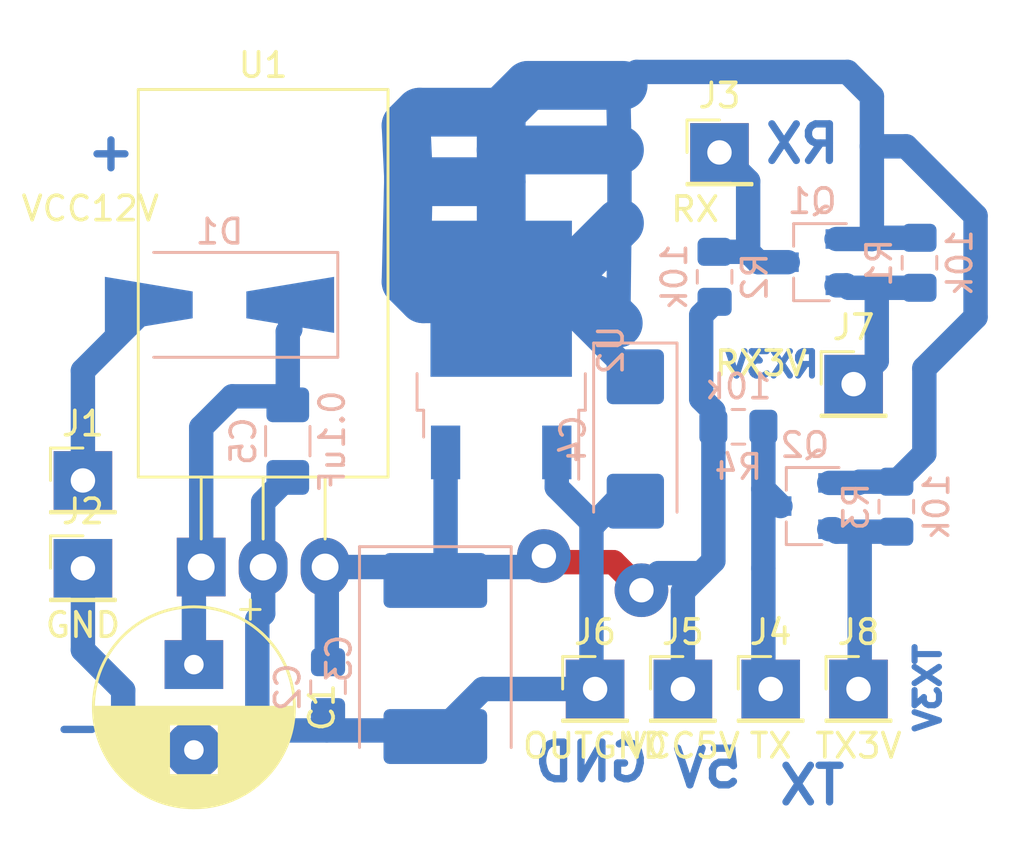
<source format=kicad_pcb>
(kicad_pcb (version 20171130) (host pcbnew 5.1.5-52549c5~84~ubuntu18.04.1)

  (general
    (thickness 1.6)
    (drawings 8)
    (tracks 124)
    (zones 0)
    (modules 22)
    (nets 10)
  )

  (page A4)
  (layers
    (0 F.Cu signal)
    (31 B.Cu signal)
    (32 B.Adhes user)
    (33 F.Adhes user)
    (34 B.Paste user)
    (35 F.Paste user)
    (36 B.SilkS user)
    (37 F.SilkS user)
    (38 B.Mask user)
    (39 F.Mask user)
    (40 Dwgs.User user)
    (41 Cmts.User user)
    (42 Eco1.User user)
    (43 Eco2.User user)
    (44 Edge.Cuts user)
    (45 Margin user)
    (46 B.CrtYd user)
    (47 F.CrtYd user)
    (48 B.Fab user)
    (49 F.Fab user)
  )

  (setup
    (last_trace_width 0.25)
    (user_trace_width 0.5)
    (user_trace_width 1)
    (user_trace_width 1.5)
    (user_trace_width 2)
    (trace_clearance 0.2)
    (zone_clearance 0.9)
    (zone_45_only yes)
    (trace_min 0.2)
    (via_size 0.8)
    (via_drill 0.4)
    (via_min_size 0.4)
    (via_min_drill 0.3)
    (user_via 2.2 1)
    (user_via 3 1.2)
    (uvia_size 0.3)
    (uvia_drill 0.1)
    (uvias_allowed no)
    (uvia_min_size 0.2)
    (uvia_min_drill 0.1)
    (edge_width 0.05)
    (segment_width 0.2)
    (pcb_text_width 0.3)
    (pcb_text_size 1.5 1.5)
    (mod_edge_width 0.12)
    (mod_text_size 1 1)
    (mod_text_width 0.15)
    (pad_size 2.4 2.4)
    (pad_drill 0)
    (pad_to_mask_clearance 0.051)
    (solder_mask_min_width 0.25)
    (aux_axis_origin 0 0)
    (visible_elements FFFFFF7F)
    (pcbplotparams
      (layerselection 0x00000_fffffffe)
      (usegerberextensions false)
      (usegerberattributes false)
      (usegerberadvancedattributes false)
      (creategerberjobfile false)
      (excludeedgelayer true)
      (linewidth 0.100000)
      (plotframeref false)
      (viasonmask true)
      (mode 1)
      (useauxorigin false)
      (hpglpennumber 1)
      (hpglpenspeed 20)
      (hpglpendiameter 15.000000)
      (psnegative true)
      (psa4output false)
      (plotreference false)
      (plotvalue false)
      (plotinvisibletext false)
      (padsonsilk false)
      (subtractmaskfromsilk false)
      (outputformat 4)
      (mirror false)
      (drillshape 2)
      (scaleselection 1)
      (outputdirectory "out/"))
  )

  (net 0 "")
  (net 1 5V)
  (net 2 3V3)
  (net 3 "Net-(D1-Pad2)")
  (net 4 HV1)
  (net 5 HV2)
  (net 6 LV1)
  (net 7 LV2)
  (net 8 /GND)
  (net 9 /VIN)

  (net_class Default "This is the default net class."
    (clearance 0.2)
    (trace_width 0.25)
    (via_dia 0.8)
    (via_drill 0.4)
    (uvia_dia 0.3)
    (uvia_drill 0.1)
    (add_net /GND)
    (add_net /VIN)
    (add_net 3V3)
    (add_net 5V)
    (add_net HV1)
    (add_net HV2)
    (add_net LV1)
    (add_net LV2)
    (add_net "Net-(D1-Pad2)")
  )

  (module Package_TO_SOT_SMD:SOT-23 (layer B.Cu) (tedit 5A02FF57) (tstamp 5E1B9A92)
    (at 126 132.75 180)
    (descr "SOT-23, Standard")
    (tags SOT-23)
    (path /5E1B54C1)
    (attr smd)
    (fp_text reference Q2 (at 0 2.5) (layer B.SilkS)
      (effects (font (size 1 1) (thickness 0.15)) (justify mirror))
    )
    (fp_text value BSS138 (at 0 -2.5) (layer B.Fab)
      (effects (font (size 1 1) (thickness 0.15)) (justify mirror))
    )
    (fp_line (start 0.76 -1.58) (end -0.7 -1.58) (layer B.SilkS) (width 0.12))
    (fp_line (start 0.76 1.58) (end -1.4 1.58) (layer B.SilkS) (width 0.12))
    (fp_line (start -1.7 -1.75) (end -1.7 1.75) (layer B.CrtYd) (width 0.05))
    (fp_line (start 1.7 -1.75) (end -1.7 -1.75) (layer B.CrtYd) (width 0.05))
    (fp_line (start 1.7 1.75) (end 1.7 -1.75) (layer B.CrtYd) (width 0.05))
    (fp_line (start -1.7 1.75) (end 1.7 1.75) (layer B.CrtYd) (width 0.05))
    (fp_line (start 0.76 1.58) (end 0.76 0.65) (layer B.SilkS) (width 0.12))
    (fp_line (start 0.76 -1.58) (end 0.76 -0.65) (layer B.SilkS) (width 0.12))
    (fp_line (start -0.7 -1.52) (end 0.7 -1.52) (layer B.Fab) (width 0.1))
    (fp_line (start 0.7 1.52) (end 0.7 -1.52) (layer B.Fab) (width 0.1))
    (fp_line (start -0.7 0.95) (end -0.15 1.52) (layer B.Fab) (width 0.1))
    (fp_line (start -0.15 1.52) (end 0.7 1.52) (layer B.Fab) (width 0.1))
    (fp_line (start -0.7 0.95) (end -0.7 -1.5) (layer B.Fab) (width 0.1))
    (fp_text user %R (at 0 0 270) (layer B.Fab)
      (effects (font (size 0.5 0.5) (thickness 0.075)) (justify mirror))
    )
    (pad 3 smd rect (at 1 0 180) (size 0.9 0.8) (layers B.Cu B.Paste B.Mask)
      (net 5 HV2))
    (pad 2 smd rect (at -1 -0.95 180) (size 0.9 0.8) (layers B.Cu B.Paste B.Mask)
      (net 7 LV2))
    (pad 1 smd rect (at -1 0.95 180) (size 0.9 0.8) (layers B.Cu B.Paste B.Mask)
      (net 2 3V3))
    (model ${KISYS3DMOD}/Package_TO_SOT_SMD.3dshapes/SOT-23.wrl
      (at (xyz 0 0 0))
      (scale (xyz 1 1 1))
      (rotate (xyz 0 0 0))
    )
  )

  (module Connector_PinHeader_2.54mm:PinHeader_1x01_P2.54mm_Vertical (layer F.Cu) (tedit 5E277044) (tstamp 5E1B9A53)
    (at 128 127.75)
    (descr "Through hole straight pin header, 1x01, 2.54mm pitch, single row")
    (tags "Through hole pin header THT 1x01 2.54mm single row")
    (path /5E1C017D)
    (fp_text reference J7 (at 0 -2.33) (layer F.SilkS)
      (effects (font (size 1 1) (thickness 0.15)))
    )
    (fp_text value RX3V (at -3.8 -0.85) (layer F.SilkS)
      (effects (font (size 1 1) (thickness 0.15)))
    )
    (fp_text user %R (at 0 0 90) (layer F.Fab)
      (effects (font (size 1 1) (thickness 0.15)))
    )
    (fp_line (start 1.8 -1.8) (end -1.8 -1.8) (layer F.CrtYd) (width 0.05))
    (fp_line (start 1.8 1.8) (end 1.8 -1.8) (layer F.CrtYd) (width 0.05))
    (fp_line (start -1.8 1.8) (end 1.8 1.8) (layer F.CrtYd) (width 0.05))
    (fp_line (start -1.8 -1.8) (end -1.8 1.8) (layer F.CrtYd) (width 0.05))
    (fp_line (start -1.33 -1.33) (end 0 -1.33) (layer F.SilkS) (width 0.12))
    (fp_line (start -1.33 0) (end -1.33 -1.33) (layer F.SilkS) (width 0.12))
    (fp_line (start -1.33 1.27) (end 1.33 1.27) (layer F.SilkS) (width 0.12))
    (fp_line (start 1.33 1.27) (end 1.33 1.33) (layer F.SilkS) (width 0.12))
    (fp_line (start -1.33 1.27) (end -1.33 1.33) (layer F.SilkS) (width 0.12))
    (fp_line (start -1.33 1.33) (end 1.33 1.33) (layer F.SilkS) (width 0.12))
    (fp_line (start -1.27 -0.635) (end -0.635 -1.27) (layer F.Fab) (width 0.1))
    (fp_line (start -1.27 1.27) (end -1.27 -0.635) (layer F.Fab) (width 0.1))
    (fp_line (start 1.27 1.27) (end -1.27 1.27) (layer F.Fab) (width 0.1))
    (fp_line (start 1.27 -1.27) (end 1.27 1.27) (layer F.Fab) (width 0.1))
    (fp_line (start -0.635 -1.27) (end 1.27 -1.27) (layer F.Fab) (width 0.1))
    (pad 1 thru_hole rect (at 0 0) (size 2.4 2.4) (drill 1) (layers *.Cu *.Mask)
      (net 6 LV1))
    (model ${KISYS3DMOD}/Connector_PinHeader_2.54mm.3dshapes/PinHeader_1x01_P2.54mm_Vertical.wrl
      (at (xyz 0 0 0))
      (scale (xyz 1 1 1))
      (rotate (xyz 0 0 0))
    )
  )

  (module Package_TO_SOT_THT:TO-220-3_Horizontal_TabDown (layer F.Cu) (tedit 5E27707E) (tstamp 5E27C3FD)
    (at 101.25 135.25)
    (descr "TO-220-3, Horizontal, RM 2.54mm, see https://www.vishay.com/docs/66542/to-220-1.pdf")
    (tags "TO-220-3 Horizontal RM 2.54mm")
    (path /5E1B277A)
    (fp_text reference U1 (at 2.54 -20.58) (layer F.SilkS)
      (effects (font (size 1 1) (thickness 0.15)))
    )
    (fp_text value L7805ABV-DG (at 2.54 2) (layer F.Fab)
      (effects (font (size 1 1) (thickness 0.15)))
    )
    (fp_circle (center 2.54 -16.66) (end 4.39 -16.66) (layer F.Fab) (width 0.1))
    (fp_line (start -2.46 -13.06) (end -2.46 -19.46) (layer F.Fab) (width 0.1))
    (fp_line (start -2.46 -19.46) (end 7.54 -19.46) (layer F.Fab) (width 0.1))
    (fp_line (start 7.54 -19.46) (end 7.54 -13.06) (layer F.Fab) (width 0.1))
    (fp_line (start 7.54 -13.06) (end -2.46 -13.06) (layer F.Fab) (width 0.1))
    (fp_line (start -2.46 -3.81) (end -2.46 -13.06) (layer F.Fab) (width 0.1))
    (fp_line (start -2.46 -13.06) (end 7.54 -13.06) (layer F.Fab) (width 0.1))
    (fp_line (start 7.54 -13.06) (end 7.54 -3.81) (layer F.Fab) (width 0.1))
    (fp_line (start 7.54 -3.81) (end -2.46 -3.81) (layer F.Fab) (width 0.1))
    (fp_line (start 0 -3.81) (end 0 0) (layer F.Fab) (width 0.1))
    (fp_line (start 2.54 -3.81) (end 2.54 0) (layer F.Fab) (width 0.1))
    (fp_line (start 5.08 -3.81) (end 5.08 0) (layer F.Fab) (width 0.1))
    (fp_line (start -2.58 -3.69) (end 7.66 -3.69) (layer F.SilkS) (width 0.12))
    (fp_line (start -2.58 -19.58) (end 7.66 -19.58) (layer F.SilkS) (width 0.12))
    (fp_line (start -2.58 -19.58) (end -2.58 -3.69) (layer F.SilkS) (width 0.12))
    (fp_line (start 7.66 -19.58) (end 7.66 -3.69) (layer F.SilkS) (width 0.12))
    (fp_line (start 0 -3.69) (end 0 -1.15) (layer F.SilkS) (width 0.12))
    (fp_line (start 2.54 -3.69) (end 2.54 -1.15) (layer F.SilkS) (width 0.12))
    (fp_line (start 5.08 -3.69) (end 5.08 -1.15) (layer F.SilkS) (width 0.12))
    (fp_line (start -2.71 -19.71) (end -2.71 1.25) (layer F.CrtYd) (width 0.05))
    (fp_line (start -2.71 1.25) (end 7.79 1.25) (layer F.CrtYd) (width 0.05))
    (fp_line (start 7.79 1.25) (end 7.79 -19.71) (layer F.CrtYd) (width 0.05))
    (fp_line (start 7.79 -19.71) (end -2.71 -19.71) (layer F.CrtYd) (width 0.05))
    (fp_text user %R (at 2.54 -20.58) (layer F.Fab)
      (effects (font (size 1 1) (thickness 0.15)))
    )
    (pad "" np_thru_hole oval (at 2.54 -16.66) (size 3.5 3.5) (drill 3.5) (layers *.Cu *.Mask))
    (pad 1 thru_hole rect (at 0 0) (size 2 2.4) (drill 1.1) (layers *.Cu *.Mask)
      (net 9 /VIN))
    (pad 2 thru_hole oval (at 2.54 0) (size 2 2.4) (drill 1.1) (layers *.Cu *.Mask)
      (net 8 /GND))
    (pad 3 thru_hole oval (at 5.08 0) (size 2 2.4) (drill 1.1) (layers *.Cu *.Mask)
      (net 1 5V))
    (model ${KISYS3DMOD}/Package_TO_SOT_THT.3dshapes/TO-220-3_Horizontal_TabDown.wrl
      (at (xyz 0 0 0))
      (scale (xyz 1 1 1))
      (rotate (xyz 0 0 0))
    )
  )

  (module Capacitor_THT:CP_Radial_D8.0mm_P3.50mm (layer F.Cu) (tedit 5E277089) (tstamp 5E1B97A9)
    (at 100.95 139.25 270)
    (descr "CP, Radial series, Radial, pin pitch=3.50mm, , diameter=8mm, Electrolytic Capacitor")
    (tags "CP Radial series Radial pin pitch 3.50mm  diameter 8mm Electrolytic Capacitor")
    (path /5E1EC91D)
    (fp_text reference C1 (at 1.75 -5.25 90) (layer F.SilkS)
      (effects (font (size 1 1) (thickness 0.15)))
    )
    (fp_text value 0.33uF (at 1.75 5.25 90) (layer F.Fab)
      (effects (font (size 1 1) (thickness 0.15)))
    )
    (fp_circle (center 1.75 0) (end 5.75 0) (layer F.Fab) (width 0.1))
    (fp_circle (center 1.75 0) (end 5.87 0) (layer F.SilkS) (width 0.12))
    (fp_circle (center 1.75 0) (end 6 0) (layer F.CrtYd) (width 0.05))
    (fp_line (start -1.676759 -1.7475) (end -0.876759 -1.7475) (layer F.Fab) (width 0.1))
    (fp_line (start -1.276759 -2.1475) (end -1.276759 -1.3475) (layer F.Fab) (width 0.1))
    (fp_line (start 1.75 -4.08) (end 1.75 4.08) (layer F.SilkS) (width 0.12))
    (fp_line (start 1.79 -4.08) (end 1.79 4.08) (layer F.SilkS) (width 0.12))
    (fp_line (start 1.83 -4.08) (end 1.83 4.08) (layer F.SilkS) (width 0.12))
    (fp_line (start 1.87 -4.079) (end 1.87 4.079) (layer F.SilkS) (width 0.12))
    (fp_line (start 1.91 -4.077) (end 1.91 4.077) (layer F.SilkS) (width 0.12))
    (fp_line (start 1.95 -4.076) (end 1.95 4.076) (layer F.SilkS) (width 0.12))
    (fp_line (start 1.99 -4.074) (end 1.99 4.074) (layer F.SilkS) (width 0.12))
    (fp_line (start 2.03 -4.071) (end 2.03 4.071) (layer F.SilkS) (width 0.12))
    (fp_line (start 2.07 -4.068) (end 2.07 4.068) (layer F.SilkS) (width 0.12))
    (fp_line (start 2.11 -4.065) (end 2.11 4.065) (layer F.SilkS) (width 0.12))
    (fp_line (start 2.15 -4.061) (end 2.15 4.061) (layer F.SilkS) (width 0.12))
    (fp_line (start 2.19 -4.057) (end 2.19 4.057) (layer F.SilkS) (width 0.12))
    (fp_line (start 2.23 -4.052) (end 2.23 4.052) (layer F.SilkS) (width 0.12))
    (fp_line (start 2.27 -4.048) (end 2.27 4.048) (layer F.SilkS) (width 0.12))
    (fp_line (start 2.31 -4.042) (end 2.31 4.042) (layer F.SilkS) (width 0.12))
    (fp_line (start 2.35 -4.037) (end 2.35 4.037) (layer F.SilkS) (width 0.12))
    (fp_line (start 2.39 -4.03) (end 2.39 4.03) (layer F.SilkS) (width 0.12))
    (fp_line (start 2.43 -4.024) (end 2.43 4.024) (layer F.SilkS) (width 0.12))
    (fp_line (start 2.471 -4.017) (end 2.471 -1.04) (layer F.SilkS) (width 0.12))
    (fp_line (start 2.471 1.04) (end 2.471 4.017) (layer F.SilkS) (width 0.12))
    (fp_line (start 2.511 -4.01) (end 2.511 -1.04) (layer F.SilkS) (width 0.12))
    (fp_line (start 2.511 1.04) (end 2.511 4.01) (layer F.SilkS) (width 0.12))
    (fp_line (start 2.551 -4.002) (end 2.551 -1.04) (layer F.SilkS) (width 0.12))
    (fp_line (start 2.551 1.04) (end 2.551 4.002) (layer F.SilkS) (width 0.12))
    (fp_line (start 2.591 -3.994) (end 2.591 -1.04) (layer F.SilkS) (width 0.12))
    (fp_line (start 2.591 1.04) (end 2.591 3.994) (layer F.SilkS) (width 0.12))
    (fp_line (start 2.631 -3.985) (end 2.631 -1.04) (layer F.SilkS) (width 0.12))
    (fp_line (start 2.631 1.04) (end 2.631 3.985) (layer F.SilkS) (width 0.12))
    (fp_line (start 2.671 -3.976) (end 2.671 -1.04) (layer F.SilkS) (width 0.12))
    (fp_line (start 2.671 1.04) (end 2.671 3.976) (layer F.SilkS) (width 0.12))
    (fp_line (start 2.711 -3.967) (end 2.711 -1.04) (layer F.SilkS) (width 0.12))
    (fp_line (start 2.711 1.04) (end 2.711 3.967) (layer F.SilkS) (width 0.12))
    (fp_line (start 2.751 -3.957) (end 2.751 -1.04) (layer F.SilkS) (width 0.12))
    (fp_line (start 2.751 1.04) (end 2.751 3.957) (layer F.SilkS) (width 0.12))
    (fp_line (start 2.791 -3.947) (end 2.791 -1.04) (layer F.SilkS) (width 0.12))
    (fp_line (start 2.791 1.04) (end 2.791 3.947) (layer F.SilkS) (width 0.12))
    (fp_line (start 2.831 -3.936) (end 2.831 -1.04) (layer F.SilkS) (width 0.12))
    (fp_line (start 2.831 1.04) (end 2.831 3.936) (layer F.SilkS) (width 0.12))
    (fp_line (start 2.871 -3.925) (end 2.871 -1.04) (layer F.SilkS) (width 0.12))
    (fp_line (start 2.871 1.04) (end 2.871 3.925) (layer F.SilkS) (width 0.12))
    (fp_line (start 2.911 -3.914) (end 2.911 -1.04) (layer F.SilkS) (width 0.12))
    (fp_line (start 2.911 1.04) (end 2.911 3.914) (layer F.SilkS) (width 0.12))
    (fp_line (start 2.951 -3.902) (end 2.951 -1.04) (layer F.SilkS) (width 0.12))
    (fp_line (start 2.951 1.04) (end 2.951 3.902) (layer F.SilkS) (width 0.12))
    (fp_line (start 2.991 -3.889) (end 2.991 -1.04) (layer F.SilkS) (width 0.12))
    (fp_line (start 2.991 1.04) (end 2.991 3.889) (layer F.SilkS) (width 0.12))
    (fp_line (start 3.031 -3.877) (end 3.031 -1.04) (layer F.SilkS) (width 0.12))
    (fp_line (start 3.031 1.04) (end 3.031 3.877) (layer F.SilkS) (width 0.12))
    (fp_line (start 3.071 -3.863) (end 3.071 -1.04) (layer F.SilkS) (width 0.12))
    (fp_line (start 3.071 1.04) (end 3.071 3.863) (layer F.SilkS) (width 0.12))
    (fp_line (start 3.111 -3.85) (end 3.111 -1.04) (layer F.SilkS) (width 0.12))
    (fp_line (start 3.111 1.04) (end 3.111 3.85) (layer F.SilkS) (width 0.12))
    (fp_line (start 3.151 -3.835) (end 3.151 -1.04) (layer F.SilkS) (width 0.12))
    (fp_line (start 3.151 1.04) (end 3.151 3.835) (layer F.SilkS) (width 0.12))
    (fp_line (start 3.191 -3.821) (end 3.191 -1.04) (layer F.SilkS) (width 0.12))
    (fp_line (start 3.191 1.04) (end 3.191 3.821) (layer F.SilkS) (width 0.12))
    (fp_line (start 3.231 -3.805) (end 3.231 -1.04) (layer F.SilkS) (width 0.12))
    (fp_line (start 3.231 1.04) (end 3.231 3.805) (layer F.SilkS) (width 0.12))
    (fp_line (start 3.271 -3.79) (end 3.271 -1.04) (layer F.SilkS) (width 0.12))
    (fp_line (start 3.271 1.04) (end 3.271 3.79) (layer F.SilkS) (width 0.12))
    (fp_line (start 3.311 -3.774) (end 3.311 -1.04) (layer F.SilkS) (width 0.12))
    (fp_line (start 3.311 1.04) (end 3.311 3.774) (layer F.SilkS) (width 0.12))
    (fp_line (start 3.351 -3.757) (end 3.351 -1.04) (layer F.SilkS) (width 0.12))
    (fp_line (start 3.351 1.04) (end 3.351 3.757) (layer F.SilkS) (width 0.12))
    (fp_line (start 3.391 -3.74) (end 3.391 -1.04) (layer F.SilkS) (width 0.12))
    (fp_line (start 3.391 1.04) (end 3.391 3.74) (layer F.SilkS) (width 0.12))
    (fp_line (start 3.431 -3.722) (end 3.431 -1.04) (layer F.SilkS) (width 0.12))
    (fp_line (start 3.431 1.04) (end 3.431 3.722) (layer F.SilkS) (width 0.12))
    (fp_line (start 3.471 -3.704) (end 3.471 -1.04) (layer F.SilkS) (width 0.12))
    (fp_line (start 3.471 1.04) (end 3.471 3.704) (layer F.SilkS) (width 0.12))
    (fp_line (start 3.511 -3.686) (end 3.511 -1.04) (layer F.SilkS) (width 0.12))
    (fp_line (start 3.511 1.04) (end 3.511 3.686) (layer F.SilkS) (width 0.12))
    (fp_line (start 3.551 -3.666) (end 3.551 -1.04) (layer F.SilkS) (width 0.12))
    (fp_line (start 3.551 1.04) (end 3.551 3.666) (layer F.SilkS) (width 0.12))
    (fp_line (start 3.591 -3.647) (end 3.591 -1.04) (layer F.SilkS) (width 0.12))
    (fp_line (start 3.591 1.04) (end 3.591 3.647) (layer F.SilkS) (width 0.12))
    (fp_line (start 3.631 -3.627) (end 3.631 -1.04) (layer F.SilkS) (width 0.12))
    (fp_line (start 3.631 1.04) (end 3.631 3.627) (layer F.SilkS) (width 0.12))
    (fp_line (start 3.671 -3.606) (end 3.671 -1.04) (layer F.SilkS) (width 0.12))
    (fp_line (start 3.671 1.04) (end 3.671 3.606) (layer F.SilkS) (width 0.12))
    (fp_line (start 3.711 -3.584) (end 3.711 -1.04) (layer F.SilkS) (width 0.12))
    (fp_line (start 3.711 1.04) (end 3.711 3.584) (layer F.SilkS) (width 0.12))
    (fp_line (start 3.751 -3.562) (end 3.751 -1.04) (layer F.SilkS) (width 0.12))
    (fp_line (start 3.751 1.04) (end 3.751 3.562) (layer F.SilkS) (width 0.12))
    (fp_line (start 3.791 -3.54) (end 3.791 -1.04) (layer F.SilkS) (width 0.12))
    (fp_line (start 3.791 1.04) (end 3.791 3.54) (layer F.SilkS) (width 0.12))
    (fp_line (start 3.831 -3.517) (end 3.831 -1.04) (layer F.SilkS) (width 0.12))
    (fp_line (start 3.831 1.04) (end 3.831 3.517) (layer F.SilkS) (width 0.12))
    (fp_line (start 3.871 -3.493) (end 3.871 -1.04) (layer F.SilkS) (width 0.12))
    (fp_line (start 3.871 1.04) (end 3.871 3.493) (layer F.SilkS) (width 0.12))
    (fp_line (start 3.911 -3.469) (end 3.911 -1.04) (layer F.SilkS) (width 0.12))
    (fp_line (start 3.911 1.04) (end 3.911 3.469) (layer F.SilkS) (width 0.12))
    (fp_line (start 3.951 -3.444) (end 3.951 -1.04) (layer F.SilkS) (width 0.12))
    (fp_line (start 3.951 1.04) (end 3.951 3.444) (layer F.SilkS) (width 0.12))
    (fp_line (start 3.991 -3.418) (end 3.991 -1.04) (layer F.SilkS) (width 0.12))
    (fp_line (start 3.991 1.04) (end 3.991 3.418) (layer F.SilkS) (width 0.12))
    (fp_line (start 4.031 -3.392) (end 4.031 -1.04) (layer F.SilkS) (width 0.12))
    (fp_line (start 4.031 1.04) (end 4.031 3.392) (layer F.SilkS) (width 0.12))
    (fp_line (start 4.071 -3.365) (end 4.071 -1.04) (layer F.SilkS) (width 0.12))
    (fp_line (start 4.071 1.04) (end 4.071 3.365) (layer F.SilkS) (width 0.12))
    (fp_line (start 4.111 -3.338) (end 4.111 -1.04) (layer F.SilkS) (width 0.12))
    (fp_line (start 4.111 1.04) (end 4.111 3.338) (layer F.SilkS) (width 0.12))
    (fp_line (start 4.151 -3.309) (end 4.151 -1.04) (layer F.SilkS) (width 0.12))
    (fp_line (start 4.151 1.04) (end 4.151 3.309) (layer F.SilkS) (width 0.12))
    (fp_line (start 4.191 -3.28) (end 4.191 -1.04) (layer F.SilkS) (width 0.12))
    (fp_line (start 4.191 1.04) (end 4.191 3.28) (layer F.SilkS) (width 0.12))
    (fp_line (start 4.231 -3.25) (end 4.231 -1.04) (layer F.SilkS) (width 0.12))
    (fp_line (start 4.231 1.04) (end 4.231 3.25) (layer F.SilkS) (width 0.12))
    (fp_line (start 4.271 -3.22) (end 4.271 -1.04) (layer F.SilkS) (width 0.12))
    (fp_line (start 4.271 1.04) (end 4.271 3.22) (layer F.SilkS) (width 0.12))
    (fp_line (start 4.311 -3.189) (end 4.311 -1.04) (layer F.SilkS) (width 0.12))
    (fp_line (start 4.311 1.04) (end 4.311 3.189) (layer F.SilkS) (width 0.12))
    (fp_line (start 4.351 -3.156) (end 4.351 -1.04) (layer F.SilkS) (width 0.12))
    (fp_line (start 4.351 1.04) (end 4.351 3.156) (layer F.SilkS) (width 0.12))
    (fp_line (start 4.391 -3.124) (end 4.391 -1.04) (layer F.SilkS) (width 0.12))
    (fp_line (start 4.391 1.04) (end 4.391 3.124) (layer F.SilkS) (width 0.12))
    (fp_line (start 4.431 -3.09) (end 4.431 -1.04) (layer F.SilkS) (width 0.12))
    (fp_line (start 4.431 1.04) (end 4.431 3.09) (layer F.SilkS) (width 0.12))
    (fp_line (start 4.471 -3.055) (end 4.471 -1.04) (layer F.SilkS) (width 0.12))
    (fp_line (start 4.471 1.04) (end 4.471 3.055) (layer F.SilkS) (width 0.12))
    (fp_line (start 4.511 -3.019) (end 4.511 -1.04) (layer F.SilkS) (width 0.12))
    (fp_line (start 4.511 1.04) (end 4.511 3.019) (layer F.SilkS) (width 0.12))
    (fp_line (start 4.551 -2.983) (end 4.551 2.983) (layer F.SilkS) (width 0.12))
    (fp_line (start 4.591 -2.945) (end 4.591 2.945) (layer F.SilkS) (width 0.12))
    (fp_line (start 4.631 -2.907) (end 4.631 2.907) (layer F.SilkS) (width 0.12))
    (fp_line (start 4.671 -2.867) (end 4.671 2.867) (layer F.SilkS) (width 0.12))
    (fp_line (start 4.711 -2.826) (end 4.711 2.826) (layer F.SilkS) (width 0.12))
    (fp_line (start 4.751 -2.784) (end 4.751 2.784) (layer F.SilkS) (width 0.12))
    (fp_line (start 4.791 -2.741) (end 4.791 2.741) (layer F.SilkS) (width 0.12))
    (fp_line (start 4.831 -2.697) (end 4.831 2.697) (layer F.SilkS) (width 0.12))
    (fp_line (start 4.871 -2.651) (end 4.871 2.651) (layer F.SilkS) (width 0.12))
    (fp_line (start 4.911 -2.604) (end 4.911 2.604) (layer F.SilkS) (width 0.12))
    (fp_line (start 4.951 -2.556) (end 4.951 2.556) (layer F.SilkS) (width 0.12))
    (fp_line (start 4.991 -2.505) (end 4.991 2.505) (layer F.SilkS) (width 0.12))
    (fp_line (start 5.031 -2.454) (end 5.031 2.454) (layer F.SilkS) (width 0.12))
    (fp_line (start 5.071 -2.4) (end 5.071 2.4) (layer F.SilkS) (width 0.12))
    (fp_line (start 5.111 -2.345) (end 5.111 2.345) (layer F.SilkS) (width 0.12))
    (fp_line (start 5.151 -2.287) (end 5.151 2.287) (layer F.SilkS) (width 0.12))
    (fp_line (start 5.191 -2.228) (end 5.191 2.228) (layer F.SilkS) (width 0.12))
    (fp_line (start 5.231 -2.166) (end 5.231 2.166) (layer F.SilkS) (width 0.12))
    (fp_line (start 5.271 -2.102) (end 5.271 2.102) (layer F.SilkS) (width 0.12))
    (fp_line (start 5.311 -2.034) (end 5.311 2.034) (layer F.SilkS) (width 0.12))
    (fp_line (start 5.351 -1.964) (end 5.351 1.964) (layer F.SilkS) (width 0.12))
    (fp_line (start 5.391 -1.89) (end 5.391 1.89) (layer F.SilkS) (width 0.12))
    (fp_line (start 5.431 -1.813) (end 5.431 1.813) (layer F.SilkS) (width 0.12))
    (fp_line (start 5.471 -1.731) (end 5.471 1.731) (layer F.SilkS) (width 0.12))
    (fp_line (start 5.511 -1.645) (end 5.511 1.645) (layer F.SilkS) (width 0.12))
    (fp_line (start 5.551 -1.552) (end 5.551 1.552) (layer F.SilkS) (width 0.12))
    (fp_line (start 5.591 -1.453) (end 5.591 1.453) (layer F.SilkS) (width 0.12))
    (fp_line (start 5.631 -1.346) (end 5.631 1.346) (layer F.SilkS) (width 0.12))
    (fp_line (start 5.671 -1.229) (end 5.671 1.229) (layer F.SilkS) (width 0.12))
    (fp_line (start 5.711 -1.098) (end 5.711 1.098) (layer F.SilkS) (width 0.12))
    (fp_line (start 5.751 -0.948) (end 5.751 0.948) (layer F.SilkS) (width 0.12))
    (fp_line (start 5.791 -0.768) (end 5.791 0.768) (layer F.SilkS) (width 0.12))
    (fp_line (start 5.831 -0.533) (end 5.831 0.533) (layer F.SilkS) (width 0.12))
    (fp_line (start -2.659698 -2.315) (end -1.859698 -2.315) (layer F.SilkS) (width 0.12))
    (fp_line (start -2.259698 -2.715) (end -2.259698 -1.915) (layer F.SilkS) (width 0.12))
    (fp_text user %R (at 1.75 0 90) (layer F.Fab)
      (effects (font (size 1 1) (thickness 0.15)))
    )
    (pad 1 thru_hole rect (at 0 0 270) (size 2 2.4) (drill 0.8) (layers *.Cu *.Mask)
      (net 9 /VIN))
    (pad 2 thru_hole circle (at 3.5 0 270) (size 2.4 2.4) (drill 0.8) (layers *.Cu *.Mask)
      (net 8 /GND))
    (model ${KISYS3DMOD}/Capacitor_THT.3dshapes/CP_Radial_D8.0mm_P3.50mm.wrl
      (at (xyz 0 0 0))
      (scale (xyz 1 1 1))
      (rotate (xyz 0 0 0))
    )
  )

  (module Diode_SMD:D_SMA-SMB_Universal_Handsoldering (layer B.Cu) (tedit 5864381A) (tstamp 5E1B99C0)
    (at 102 124.5 180)
    (descr "Diode, Universal, SMA (DO-214AC) or SMB (DO-214AA), Handsoldering,")
    (tags "Diode Universal SMA (DO-214AC) SMB (DO-214AA) Handsoldering ")
    (path /5E1C0911)
    (attr smd)
    (fp_text reference D1 (at 0 3) (layer B.SilkS)
      (effects (font (size 1 1) (thickness 0.15)) (justify mirror))
    )
    (fp_text value M7 (at 0 -3.1) (layer B.Fab)
      (effects (font (size 1 1) (thickness 0.15)) (justify mirror))
    )
    (fp_text user %R (at 0 3) (layer B.Fab)
      (effects (font (size 1 1) (thickness 0.15)) (justify mirror))
    )
    (fp_line (start -4.85 2.15) (end -4.85 -2.15) (layer B.SilkS) (width 0.12))
    (fp_line (start 2.3 -2) (end -2.3 -2) (layer B.Fab) (width 0.1))
    (fp_line (start -2.3 -2) (end -2.3 2) (layer B.Fab) (width 0.1))
    (fp_line (start 2.3 2) (end 2.3 -2) (layer B.Fab) (width 0.1))
    (fp_line (start 2.3 2) (end -2.3 2) (layer B.Fab) (width 0.1))
    (fp_line (start 2.3 -1.5) (end -2.3 -1.5) (layer B.Fab) (width 0.1))
    (fp_line (start -2.3 -1.5) (end -2.3 1.5) (layer B.Fab) (width 0.1))
    (fp_line (start 2.3 1.5) (end 2.3 -1.5) (layer B.Fab) (width 0.1))
    (fp_line (start 2.3 1.5) (end -2.3 1.5) (layer B.Fab) (width 0.1))
    (fp_line (start -4.95 2.25) (end 4.95 2.25) (layer B.CrtYd) (width 0.05))
    (fp_line (start 4.95 2.25) (end 4.95 -2.25) (layer B.CrtYd) (width 0.05))
    (fp_line (start 4.95 -2.25) (end -4.95 -2.25) (layer B.CrtYd) (width 0.05))
    (fp_line (start -4.95 -2.25) (end -4.95 2.25) (layer B.CrtYd) (width 0.05))
    (fp_line (start -0.64944 -0.00102) (end -1.55114 -0.00102) (layer B.Fab) (width 0.1))
    (fp_line (start 0.50118 -0.00102) (end 1.4994 -0.00102) (layer B.Fab) (width 0.1))
    (fp_line (start -0.64944 0.79908) (end -0.64944 -0.80112) (layer B.Fab) (width 0.1))
    (fp_line (start 0.50118 -0.75032) (end 0.50118 0.79908) (layer B.Fab) (width 0.1))
    (fp_line (start -0.64944 -0.00102) (end 0.50118 -0.75032) (layer B.Fab) (width 0.1))
    (fp_line (start -0.64944 -0.00102) (end 0.50118 0.79908) (layer B.Fab) (width 0.1))
    (fp_line (start -4.85 -2.15) (end 2.7 -2.15) (layer B.SilkS) (width 0.12))
    (fp_line (start -4.85 2.15) (end 2.7 2.15) (layer B.SilkS) (width 0.12))
    (pad 1 smd trapezoid (at -2.9 0 180) (size 3.6 1.7) (rect_delta 0.6 0 ) (layers B.Cu B.Paste B.Mask)
      (net 9 /VIN))
    (pad 2 smd trapezoid (at 2.9 0) (size 3.6 1.7) (rect_delta 0.6 0 ) (layers B.Cu B.Paste B.Mask)
      (net 3 "Net-(D1-Pad2)"))
    (model ${KISYS3DMOD}/Diode_SMD.3dshapes/D_SMB.wrl
      (at (xyz 0 0 0))
      (scale (xyz 1 1 1))
      (rotate (xyz 0 0 0))
    )
  )

  (module Connector_PinHeader_2.54mm:PinHeader_1x01_P2.54mm_Vertical (layer F.Cu) (tedit 5E27702D) (tstamp 5E1B99D5)
    (at 96.4 131.7)
    (descr "Through hole straight pin header, 1x01, 2.54mm pitch, single row")
    (tags "Through hole pin header THT 1x01 2.54mm single row")
    (path /5E1BCD42)
    (fp_text reference J1 (at 0 -2.33) (layer F.SilkS)
      (effects (font (size 1 1) (thickness 0.15)))
    )
    (fp_text value VCC12V (at 0.3 -11.15) (layer F.SilkS)
      (effects (font (size 1 1) (thickness 0.15)))
    )
    (fp_text user %R (at 0 0 90) (layer F.Fab)
      (effects (font (size 1 1) (thickness 0.15)))
    )
    (fp_line (start 1.8 -1.8) (end -1.8 -1.8) (layer F.CrtYd) (width 0.05))
    (fp_line (start 1.8 1.8) (end 1.8 -1.8) (layer F.CrtYd) (width 0.05))
    (fp_line (start -1.8 1.8) (end 1.8 1.8) (layer F.CrtYd) (width 0.05))
    (fp_line (start -1.8 -1.8) (end -1.8 1.8) (layer F.CrtYd) (width 0.05))
    (fp_line (start -1.33 -1.33) (end 0 -1.33) (layer F.SilkS) (width 0.12))
    (fp_line (start -1.33 0) (end -1.33 -1.33) (layer F.SilkS) (width 0.12))
    (fp_line (start -1.33 1.27) (end 1.33 1.27) (layer F.SilkS) (width 0.12))
    (fp_line (start 1.33 1.27) (end 1.33 1.33) (layer F.SilkS) (width 0.12))
    (fp_line (start -1.33 1.27) (end -1.33 1.33) (layer F.SilkS) (width 0.12))
    (fp_line (start -1.33 1.33) (end 1.33 1.33) (layer F.SilkS) (width 0.12))
    (fp_line (start -1.27 -0.635) (end -0.635 -1.27) (layer F.Fab) (width 0.1))
    (fp_line (start -1.27 1.27) (end -1.27 -0.635) (layer F.Fab) (width 0.1))
    (fp_line (start 1.27 1.27) (end -1.27 1.27) (layer F.Fab) (width 0.1))
    (fp_line (start 1.27 -1.27) (end 1.27 1.27) (layer F.Fab) (width 0.1))
    (fp_line (start -0.635 -1.27) (end 1.27 -1.27) (layer F.Fab) (width 0.1))
    (pad 1 thru_hole rect (at 0 0) (size 2.4 2.4) (drill 1) (layers *.Cu *.Mask)
      (net 3 "Net-(D1-Pad2)"))
    (model ${KISYS3DMOD}/Connector_PinHeader_2.54mm.3dshapes/PinHeader_1x01_P2.54mm_Vertical.wrl
      (at (xyz 0 0 0))
      (scale (xyz 1 1 1))
      (rotate (xyz 0 0 0))
    )
  )

  (module Connector_PinHeader_2.54mm:PinHeader_1x01_P2.54mm_Vertical (layer F.Cu) (tedit 5E277033) (tstamp 5E1B99EA)
    (at 96.4 135.3)
    (descr "Through hole straight pin header, 1x01, 2.54mm pitch, single row")
    (tags "Through hole pin header THT 1x01 2.54mm single row")
    (path /5E1BD0E1)
    (fp_text reference J2 (at 0 -2.33) (layer F.SilkS)
      (effects (font (size 1 1) (thickness 0.15)))
    )
    (fp_text value GND (at 0 2.33) (layer F.SilkS)
      (effects (font (size 1 1) (thickness 0.15)))
    )
    (fp_line (start -0.635 -1.27) (end 1.27 -1.27) (layer F.Fab) (width 0.1))
    (fp_line (start 1.27 -1.27) (end 1.27 1.27) (layer F.Fab) (width 0.1))
    (fp_line (start 1.27 1.27) (end -1.27 1.27) (layer F.Fab) (width 0.1))
    (fp_line (start -1.27 1.27) (end -1.27 -0.635) (layer F.Fab) (width 0.1))
    (fp_line (start -1.27 -0.635) (end -0.635 -1.27) (layer F.Fab) (width 0.1))
    (fp_line (start -1.33 1.33) (end 1.33 1.33) (layer F.SilkS) (width 0.12))
    (fp_line (start -1.33 1.27) (end -1.33 1.33) (layer F.SilkS) (width 0.12))
    (fp_line (start 1.33 1.27) (end 1.33 1.33) (layer F.SilkS) (width 0.12))
    (fp_line (start -1.33 1.27) (end 1.33 1.27) (layer F.SilkS) (width 0.12))
    (fp_line (start -1.33 0) (end -1.33 -1.33) (layer F.SilkS) (width 0.12))
    (fp_line (start -1.33 -1.33) (end 0 -1.33) (layer F.SilkS) (width 0.12))
    (fp_line (start -1.8 -1.8) (end -1.8 1.8) (layer F.CrtYd) (width 0.05))
    (fp_line (start -1.8 1.8) (end 1.8 1.8) (layer F.CrtYd) (width 0.05))
    (fp_line (start 1.8 1.8) (end 1.8 -1.8) (layer F.CrtYd) (width 0.05))
    (fp_line (start 1.8 -1.8) (end -1.8 -1.8) (layer F.CrtYd) (width 0.05))
    (fp_text user %R (at 0.1 -0.025 90) (layer F.Fab)
      (effects (font (size 1 1) (thickness 0.15)))
    )
    (pad 1 thru_hole rect (at 0 0) (size 2.4 2.4) (drill 1) (layers *.Cu *.Mask)
      (net 8 /GND))
    (model ${KISYS3DMOD}/Connector_PinHeader_2.54mm.3dshapes/PinHeader_1x01_P2.54mm_Vertical.wrl
      (at (xyz 0 0 0))
      (scale (xyz 1 1 1))
      (rotate (xyz 0 0 0))
    )
  )

  (module Connector_PinHeader_2.54mm:PinHeader_1x01_P2.54mm_Vertical (layer F.Cu) (tedit 5E27705A) (tstamp 5E26AC92)
    (at 122.5 118.25)
    (descr "Through hole straight pin header, 1x01, 2.54mm pitch, single row")
    (tags "Through hole pin header THT 1x01 2.54mm single row")
    (path /5E1BD94D)
    (fp_text reference J3 (at 0 -2.33) (layer F.SilkS)
      (effects (font (size 1 1) (thickness 0.15)))
    )
    (fp_text value RX (at -1 2.33) (layer F.SilkS)
      (effects (font (size 1 1) (thickness 0.15)))
    )
    (fp_text user %R (at -0.35 -0.1 90) (layer F.Fab)
      (effects (font (size 1 1) (thickness 0.15)))
    )
    (fp_line (start 1.8 -1.8) (end -1.8 -1.8) (layer F.CrtYd) (width 0.05))
    (fp_line (start 1.8 1.8) (end 1.8 -1.8) (layer F.CrtYd) (width 0.05))
    (fp_line (start -1.8 1.8) (end 1.8 1.8) (layer F.CrtYd) (width 0.05))
    (fp_line (start -1.8 -1.8) (end -1.8 1.8) (layer F.CrtYd) (width 0.05))
    (fp_line (start -1.33 -1.33) (end 0 -1.33) (layer F.SilkS) (width 0.12))
    (fp_line (start -1.33 0) (end -1.33 -1.33) (layer F.SilkS) (width 0.12))
    (fp_line (start -1.33 1.27) (end 1.33 1.27) (layer F.SilkS) (width 0.12))
    (fp_line (start 1.33 1.27) (end 1.33 1.33) (layer F.SilkS) (width 0.12))
    (fp_line (start -1.33 1.27) (end -1.33 1.33) (layer F.SilkS) (width 0.12))
    (fp_line (start -1.33 1.33) (end 1.33 1.33) (layer F.SilkS) (width 0.12))
    (fp_line (start -1.27 -0.635) (end -0.635 -1.27) (layer F.Fab) (width 0.1))
    (fp_line (start -1.27 1.27) (end -1.27 -0.635) (layer F.Fab) (width 0.1))
    (fp_line (start 1.27 1.27) (end -1.27 1.27) (layer F.Fab) (width 0.1))
    (fp_line (start 1.27 -1.27) (end 1.27 1.27) (layer F.Fab) (width 0.1))
    (fp_line (start -0.635 -1.27) (end 1.27 -1.27) (layer F.Fab) (width 0.1))
    (pad 1 thru_hole rect (at 0 0) (size 2.4 2.4) (drill 1) (layers *.Cu *.Mask)
      (net 4 HV1))
    (model ${KISYS3DMOD}/Connector_PinHeader_2.54mm.3dshapes/PinHeader_1x01_P2.54mm_Vertical.wrl
      (at (xyz 0 0 0))
      (scale (xyz 1 1 1))
      (rotate (xyz 0 0 0))
    )
  )

  (module Connector_PinHeader_2.54mm:PinHeader_1x01_P2.54mm_Vertical (layer F.Cu) (tedit 5E277049) (tstamp 5E1B9A14)
    (at 124.6 140.25)
    (descr "Through hole straight pin header, 1x01, 2.54mm pitch, single row")
    (tags "Through hole pin header THT 1x01 2.54mm single row")
    (path /5E1BDC5E)
    (fp_text reference J4 (at 0 -2.33) (layer F.SilkS)
      (effects (font (size 1 1) (thickness 0.15)))
    )
    (fp_text value TX (at 0 2.33) (layer F.SilkS)
      (effects (font (size 1 1) (thickness 0.15)))
    )
    (fp_line (start -0.635 -1.27) (end 1.27 -1.27) (layer F.Fab) (width 0.1))
    (fp_line (start 1.27 -1.27) (end 1.27 1.27) (layer F.Fab) (width 0.1))
    (fp_line (start 1.27 1.27) (end -1.27 1.27) (layer F.Fab) (width 0.1))
    (fp_line (start -1.27 1.27) (end -1.27 -0.635) (layer F.Fab) (width 0.1))
    (fp_line (start -1.27 -0.635) (end -0.635 -1.27) (layer F.Fab) (width 0.1))
    (fp_line (start -1.33 1.33) (end 1.33 1.33) (layer F.SilkS) (width 0.12))
    (fp_line (start -1.33 1.27) (end -1.33 1.33) (layer F.SilkS) (width 0.12))
    (fp_line (start 1.33 1.27) (end 1.33 1.33) (layer F.SilkS) (width 0.12))
    (fp_line (start -1.33 1.27) (end 1.33 1.27) (layer F.SilkS) (width 0.12))
    (fp_line (start -1.33 0) (end -1.33 -1.33) (layer F.SilkS) (width 0.12))
    (fp_line (start -1.33 -1.33) (end 0 -1.33) (layer F.SilkS) (width 0.12))
    (fp_line (start -1.8 -1.8) (end -1.8 1.8) (layer F.CrtYd) (width 0.05))
    (fp_line (start -1.8 1.8) (end 1.8 1.8) (layer F.CrtYd) (width 0.05))
    (fp_line (start 1.8 1.8) (end 1.8 -1.8) (layer F.CrtYd) (width 0.05))
    (fp_line (start 1.8 -1.8) (end -1.8 -1.8) (layer F.CrtYd) (width 0.05))
    (fp_text user %R (at 0 0 90) (layer F.Fab)
      (effects (font (size 1 1) (thickness 0.15)))
    )
    (pad 1 thru_hole rect (at 0 0) (size 2.4 2.4) (drill 1) (layers *.Cu *.Mask)
      (net 5 HV2))
    (model ${KISYS3DMOD}/Connector_PinHeader_2.54mm.3dshapes/PinHeader_1x01_P2.54mm_Vertical.wrl
      (at (xyz 0 0 0))
      (scale (xyz 1 1 1))
      (rotate (xyz 0 0 0))
    )
  )

  (module Connector_PinHeader_2.54mm:PinHeader_1x01_P2.54mm_Vertical (layer F.Cu) (tedit 5E27704F) (tstamp 5E1B9A29)
    (at 121 140.25)
    (descr "Through hole straight pin header, 1x01, 2.54mm pitch, single row")
    (tags "Through hole pin header THT 1x01 2.54mm single row")
    (path /5E1C0171)
    (fp_text reference J5 (at 0 -2.33) (layer F.SilkS)
      (effects (font (size 1 1) (thickness 0.15)))
    )
    (fp_text value VCC5V (at 0 2.33) (layer F.SilkS)
      (effects (font (size 1 1) (thickness 0.15)))
    )
    (fp_text user %R (at 0 0 90) (layer F.Fab)
      (effects (font (size 1 1) (thickness 0.15)))
    )
    (fp_line (start 1.8 -1.8) (end -1.8 -1.8) (layer F.CrtYd) (width 0.05))
    (fp_line (start 1.8 1.8) (end 1.8 -1.8) (layer F.CrtYd) (width 0.05))
    (fp_line (start -1.8 1.8) (end 1.8 1.8) (layer F.CrtYd) (width 0.05))
    (fp_line (start -1.8 -1.8) (end -1.8 1.8) (layer F.CrtYd) (width 0.05))
    (fp_line (start -1.33 -1.33) (end 0 -1.33) (layer F.SilkS) (width 0.12))
    (fp_line (start -1.33 0) (end -1.33 -1.33) (layer F.SilkS) (width 0.12))
    (fp_line (start -1.33 1.27) (end 1.33 1.27) (layer F.SilkS) (width 0.12))
    (fp_line (start 1.33 1.27) (end 1.33 1.33) (layer F.SilkS) (width 0.12))
    (fp_line (start -1.33 1.27) (end -1.33 1.33) (layer F.SilkS) (width 0.12))
    (fp_line (start -1.33 1.33) (end 1.33 1.33) (layer F.SilkS) (width 0.12))
    (fp_line (start -1.27 -0.635) (end -0.635 -1.27) (layer F.Fab) (width 0.1))
    (fp_line (start -1.27 1.27) (end -1.27 -0.635) (layer F.Fab) (width 0.1))
    (fp_line (start 1.27 1.27) (end -1.27 1.27) (layer F.Fab) (width 0.1))
    (fp_line (start 1.27 -1.27) (end 1.27 1.27) (layer F.Fab) (width 0.1))
    (fp_line (start -0.635 -1.27) (end 1.27 -1.27) (layer F.Fab) (width 0.1))
    (pad 1 thru_hole rect (at 0 0) (size 2.4 2.4) (drill 1) (layers *.Cu *.Mask)
      (net 1 5V))
    (model ${KISYS3DMOD}/Connector_PinHeader_2.54mm.3dshapes/PinHeader_1x01_P2.54mm_Vertical.wrl
      (at (xyz 0 0 0))
      (scale (xyz 1 1 1))
      (rotate (xyz 0 0 0))
    )
  )

  (module Connector_PinHeader_2.54mm:PinHeader_1x01_P2.54mm_Vertical (layer F.Cu) (tedit 5E277054) (tstamp 5E2E2D06)
    (at 117.4 140.25)
    (descr "Through hole straight pin header, 1x01, 2.54mm pitch, single row")
    (tags "Through hole pin header THT 1x01 2.54mm single row")
    (path /5E1C0177)
    (fp_text reference J6 (at 0 -2.33) (layer F.SilkS)
      (effects (font (size 1 1) (thickness 0.15)))
    )
    (fp_text value OUTGND (at 0 2.33) (layer F.SilkS)
      (effects (font (size 1 1) (thickness 0.15)))
    )
    (fp_line (start -0.635 -1.27) (end 1.27 -1.27) (layer F.Fab) (width 0.1))
    (fp_line (start 1.27 -1.27) (end 1.27 1.27) (layer F.Fab) (width 0.1))
    (fp_line (start 1.27 1.27) (end -1.27 1.27) (layer F.Fab) (width 0.1))
    (fp_line (start -1.27 1.27) (end -1.27 -0.635) (layer F.Fab) (width 0.1))
    (fp_line (start -1.27 -0.635) (end -0.635 -1.27) (layer F.Fab) (width 0.1))
    (fp_line (start -1.33 1.33) (end 1.33 1.33) (layer F.SilkS) (width 0.12))
    (fp_line (start -1.33 1.27) (end -1.33 1.33) (layer F.SilkS) (width 0.12))
    (fp_line (start 1.33 1.27) (end 1.33 1.33) (layer F.SilkS) (width 0.12))
    (fp_line (start -1.33 1.27) (end 1.33 1.27) (layer F.SilkS) (width 0.12))
    (fp_line (start -1.33 0) (end -1.33 -1.33) (layer F.SilkS) (width 0.12))
    (fp_line (start -1.33 -1.33) (end 0 -1.33) (layer F.SilkS) (width 0.12))
    (fp_line (start -1.8 -1.8) (end -1.8 1.8) (layer F.CrtYd) (width 0.05))
    (fp_line (start -1.8 1.8) (end 1.8 1.8) (layer F.CrtYd) (width 0.05))
    (fp_line (start 1.8 1.8) (end 1.8 -1.8) (layer F.CrtYd) (width 0.05))
    (fp_line (start 1.8 -1.8) (end -1.8 -1.8) (layer F.CrtYd) (width 0.05))
    (fp_text user %R (at 0 0 90) (layer F.Fab)
      (effects (font (size 1 1) (thickness 0.15)))
    )
    (pad 1 thru_hole rect (at 0 0) (size 2.4 2.4) (drill 1) (layers *.Cu *.Mask)
      (net 8 /GND))
    (model ${KISYS3DMOD}/Connector_PinHeader_2.54mm.3dshapes/PinHeader_1x01_P2.54mm_Vertical.wrl
      (at (xyz 0 0 0))
      (scale (xyz 1 1 1))
      (rotate (xyz 0 0 0))
    )
  )

  (module Connector_PinHeader_2.54mm:PinHeader_1x01_P2.54mm_Vertical (layer F.Cu) (tedit 5E27703F) (tstamp 5E1B9A68)
    (at 128.2 140.25)
    (descr "Through hole straight pin header, 1x01, 2.54mm pitch, single row")
    (tags "Through hole pin header THT 1x01 2.54mm single row")
    (path /5E1C0183)
    (fp_text reference J8 (at 0 -2.33) (layer F.SilkS)
      (effects (font (size 1 1) (thickness 0.15)))
    )
    (fp_text value TX3V (at 0 2.33) (layer F.SilkS)
      (effects (font (size 1 1) (thickness 0.15)))
    )
    (fp_line (start -0.635 -1.27) (end 1.27 -1.27) (layer F.Fab) (width 0.1))
    (fp_line (start 1.27 -1.27) (end 1.27 1.27) (layer F.Fab) (width 0.1))
    (fp_line (start 1.27 1.27) (end -1.27 1.27) (layer F.Fab) (width 0.1))
    (fp_line (start -1.27 1.27) (end -1.27 -0.635) (layer F.Fab) (width 0.1))
    (fp_line (start -1.27 -0.635) (end -0.635 -1.27) (layer F.Fab) (width 0.1))
    (fp_line (start -1.33 1.33) (end 1.33 1.33) (layer F.SilkS) (width 0.12))
    (fp_line (start -1.33 1.27) (end -1.33 1.33) (layer F.SilkS) (width 0.12))
    (fp_line (start 1.33 1.27) (end 1.33 1.33) (layer F.SilkS) (width 0.12))
    (fp_line (start -1.33 1.27) (end 1.33 1.27) (layer F.SilkS) (width 0.12))
    (fp_line (start -1.33 0) (end -1.33 -1.33) (layer F.SilkS) (width 0.12))
    (fp_line (start -1.33 -1.33) (end 0 -1.33) (layer F.SilkS) (width 0.12))
    (fp_line (start -1.8 -1.8) (end -1.8 1.8) (layer F.CrtYd) (width 0.05))
    (fp_line (start -1.8 1.8) (end 1.8 1.8) (layer F.CrtYd) (width 0.05))
    (fp_line (start 1.8 1.8) (end 1.8 -1.8) (layer F.CrtYd) (width 0.05))
    (fp_line (start 1.8 -1.8) (end -1.8 -1.8) (layer F.CrtYd) (width 0.05))
    (fp_text user %R (at 0 0 90) (layer F.Fab)
      (effects (font (size 1 1) (thickness 0.15)))
    )
    (pad 1 thru_hole rect (at 0 0) (size 2.4 2.4) (drill 1) (layers *.Cu *.Mask)
      (net 7 LV2))
    (model ${KISYS3DMOD}/Connector_PinHeader_2.54mm.3dshapes/PinHeader_1x01_P2.54mm_Vertical.wrl
      (at (xyz 0 0 0))
      (scale (xyz 1 1 1))
      (rotate (xyz 0 0 0))
    )
  )

  (module Package_TO_SOT_SMD:SOT-23 (layer B.Cu) (tedit 5A02FF57) (tstamp 5E27D60F)
    (at 126.3 122.75 180)
    (descr "SOT-23, Standard")
    (tags SOT-23)
    (path /5E1B40C8)
    (attr smd)
    (fp_text reference Q1 (at 0 2.5) (layer B.SilkS)
      (effects (font (size 1 1) (thickness 0.15)) (justify mirror))
    )
    (fp_text value BSS138 (at 0 -2.5) (layer B.Fab)
      (effects (font (size 1 1) (thickness 0.15)) (justify mirror))
    )
    (fp_text user %R (at 0 0 270) (layer B.Fab)
      (effects (font (size 0.5 0.5) (thickness 0.075)) (justify mirror))
    )
    (fp_line (start -0.7 0.95) (end -0.7 -1.5) (layer B.Fab) (width 0.1))
    (fp_line (start -0.15 1.52) (end 0.7 1.52) (layer B.Fab) (width 0.1))
    (fp_line (start -0.7 0.95) (end -0.15 1.52) (layer B.Fab) (width 0.1))
    (fp_line (start 0.7 1.52) (end 0.7 -1.52) (layer B.Fab) (width 0.1))
    (fp_line (start -0.7 -1.52) (end 0.7 -1.52) (layer B.Fab) (width 0.1))
    (fp_line (start 0.76 -1.58) (end 0.76 -0.65) (layer B.SilkS) (width 0.12))
    (fp_line (start 0.76 1.58) (end 0.76 0.65) (layer B.SilkS) (width 0.12))
    (fp_line (start -1.7 1.75) (end 1.7 1.75) (layer B.CrtYd) (width 0.05))
    (fp_line (start 1.7 1.75) (end 1.7 -1.75) (layer B.CrtYd) (width 0.05))
    (fp_line (start 1.7 -1.75) (end -1.7 -1.75) (layer B.CrtYd) (width 0.05))
    (fp_line (start -1.7 -1.75) (end -1.7 1.75) (layer B.CrtYd) (width 0.05))
    (fp_line (start 0.76 1.58) (end -1.4 1.58) (layer B.SilkS) (width 0.12))
    (fp_line (start 0.76 -1.58) (end -0.7 -1.58) (layer B.SilkS) (width 0.12))
    (pad 1 smd rect (at -1 0.95 180) (size 0.9 0.8) (layers B.Cu B.Paste B.Mask)
      (net 2 3V3))
    (pad 2 smd rect (at -1 -0.95 180) (size 0.9 0.8) (layers B.Cu B.Paste B.Mask)
      (net 6 LV1))
    (pad 3 smd rect (at 1 0 180) (size 0.9 0.8) (layers B.Cu B.Paste B.Mask)
      (net 4 HV1))
    (model ${KISYS3DMOD}/Package_TO_SOT_SMD.3dshapes/SOT-23.wrl
      (at (xyz 0 0 0))
      (scale (xyz 1 1 1))
      (rotate (xyz 0 0 0))
    )
  )

  (module Resistor_SMD:R_0805_2012Metric_Pad1.15x1.40mm_HandSolder (layer B.Cu) (tedit 5B36C52B) (tstamp 5E1B9AA3)
    (at 130.7 122.775 270)
    (descr "Resistor SMD 0805 (2012 Metric), square (rectangular) end terminal, IPC_7351 nominal with elongated pad for handsoldering. (Body size source: https://docs.google.com/spreadsheets/d/1BsfQQcO9C6DZCsRaXUlFlo91Tg2WpOkGARC1WS5S8t0/edit?usp=sharing), generated with kicad-footprint-generator")
    (tags "resistor handsolder")
    (path /5E1B217B)
    (attr smd)
    (fp_text reference R1 (at 0 1.65 90) (layer B.SilkS)
      (effects (font (size 1 1) (thickness 0.15)) (justify mirror))
    )
    (fp_text value 10k (at 0 -1.65 90) (layer B.SilkS)
      (effects (font (size 1 1) (thickness 0.15)) (justify mirror))
    )
    (fp_line (start -1 -0.6) (end -1 0.6) (layer B.Fab) (width 0.1))
    (fp_line (start -1 0.6) (end 1 0.6) (layer B.Fab) (width 0.1))
    (fp_line (start 1 0.6) (end 1 -0.6) (layer B.Fab) (width 0.1))
    (fp_line (start 1 -0.6) (end -1 -0.6) (layer B.Fab) (width 0.1))
    (fp_line (start -0.261252 0.71) (end 0.261252 0.71) (layer B.SilkS) (width 0.12))
    (fp_line (start -0.261252 -0.71) (end 0.261252 -0.71) (layer B.SilkS) (width 0.12))
    (fp_line (start -1.85 -0.95) (end -1.85 0.95) (layer B.CrtYd) (width 0.05))
    (fp_line (start -1.85 0.95) (end 1.85 0.95) (layer B.CrtYd) (width 0.05))
    (fp_line (start 1.85 0.95) (end 1.85 -0.95) (layer B.CrtYd) (width 0.05))
    (fp_line (start 1.85 -0.95) (end -1.85 -0.95) (layer B.CrtYd) (width 0.05))
    (fp_text user %R (at 0 0 90) (layer B.Fab)
      (effects (font (size 0.5 0.5) (thickness 0.08)) (justify mirror))
    )
    (pad 1 smd roundrect (at -1.025 0 270) (size 1.15 1.4) (layers B.Cu B.Paste B.Mask) (roundrect_rratio 0.217391)
      (net 2 3V3))
    (pad 2 smd roundrect (at 1.025 0 270) (size 1.15 1.4) (layers B.Cu B.Paste B.Mask) (roundrect_rratio 0.217391)
      (net 6 LV1))
    (model ${KISYS3DMOD}/Resistor_SMD.3dshapes/R_0805_2012Metric.wrl
      (at (xyz 0 0 0))
      (scale (xyz 1 1 1))
      (rotate (xyz 0 0 0))
    )
  )

  (module Resistor_SMD:R_0805_2012Metric_Pad1.15x1.40mm_HandSolder (layer B.Cu) (tedit 5B36C52B) (tstamp 5E1B9AB4)
    (at 122.3 123.35 90)
    (descr "Resistor SMD 0805 (2012 Metric), square (rectangular) end terminal, IPC_7351 nominal with elongated pad for handsoldering. (Body size source: https://docs.google.com/spreadsheets/d/1BsfQQcO9C6DZCsRaXUlFlo91Tg2WpOkGARC1WS5S8t0/edit?usp=sharing), generated with kicad-footprint-generator")
    (tags "resistor handsolder")
    (path /5E1D8F09)
    (attr smd)
    (fp_text reference R2 (at 0 1.65 90) (layer B.SilkS)
      (effects (font (size 1 1) (thickness 0.15)) (justify mirror))
    )
    (fp_text value 10k (at 0 -1.65 90) (layer B.SilkS)
      (effects (font (size 1 1) (thickness 0.15)) (justify mirror))
    )
    (fp_text user %R (at 0 0 90) (layer B.Fab)
      (effects (font (size 0.5 0.5) (thickness 0.08)) (justify mirror))
    )
    (fp_line (start 1.85 -0.95) (end -1.85 -0.95) (layer B.CrtYd) (width 0.05))
    (fp_line (start 1.85 0.95) (end 1.85 -0.95) (layer B.CrtYd) (width 0.05))
    (fp_line (start -1.85 0.95) (end 1.85 0.95) (layer B.CrtYd) (width 0.05))
    (fp_line (start -1.85 -0.95) (end -1.85 0.95) (layer B.CrtYd) (width 0.05))
    (fp_line (start -0.261252 -0.71) (end 0.261252 -0.71) (layer B.SilkS) (width 0.12))
    (fp_line (start -0.261252 0.71) (end 0.261252 0.71) (layer B.SilkS) (width 0.12))
    (fp_line (start 1 -0.6) (end -1 -0.6) (layer B.Fab) (width 0.1))
    (fp_line (start 1 0.6) (end 1 -0.6) (layer B.Fab) (width 0.1))
    (fp_line (start -1 0.6) (end 1 0.6) (layer B.Fab) (width 0.1))
    (fp_line (start -1 -0.6) (end -1 0.6) (layer B.Fab) (width 0.1))
    (pad 2 smd roundrect (at 1.025 0 90) (size 1.15 1.4) (layers B.Cu B.Paste B.Mask) (roundrect_rratio 0.217391)
      (net 4 HV1))
    (pad 1 smd roundrect (at -1.025 0 90) (size 1.15 1.4) (layers B.Cu B.Paste B.Mask) (roundrect_rratio 0.217391)
      (net 1 5V))
    (model ${KISYS3DMOD}/Resistor_SMD.3dshapes/R_0805_2012Metric.wrl
      (at (xyz 0 0 0))
      (scale (xyz 1 1 1))
      (rotate (xyz 0 0 0))
    )
  )

  (module Resistor_SMD:R_0805_2012Metric_Pad1.15x1.40mm_HandSolder (layer B.Cu) (tedit 5B36C52B) (tstamp 5E1B9AC5)
    (at 129.75 132.775 270)
    (descr "Resistor SMD 0805 (2012 Metric), square (rectangular) end terminal, IPC_7351 nominal with elongated pad for handsoldering. (Body size source: https://docs.google.com/spreadsheets/d/1BsfQQcO9C6DZCsRaXUlFlo91Tg2WpOkGARC1WS5S8t0/edit?usp=sharing), generated with kicad-footprint-generator")
    (tags "resistor handsolder")
    (path /5E1E1CC9)
    (attr smd)
    (fp_text reference R3 (at 0 1.65 90) (layer B.SilkS)
      (effects (font (size 1 1) (thickness 0.15)) (justify mirror))
    )
    (fp_text value 10k (at 0 -1.65 90) (layer B.SilkS)
      (effects (font (size 1 1) (thickness 0.15)) (justify mirror))
    )
    (fp_line (start -1 -0.6) (end -1 0.6) (layer B.Fab) (width 0.1))
    (fp_line (start -1 0.6) (end 1 0.6) (layer B.Fab) (width 0.1))
    (fp_line (start 1 0.6) (end 1 -0.6) (layer B.Fab) (width 0.1))
    (fp_line (start 1 -0.6) (end -1 -0.6) (layer B.Fab) (width 0.1))
    (fp_line (start -0.261252 0.71) (end 0.261252 0.71) (layer B.SilkS) (width 0.12))
    (fp_line (start -0.261252 -0.71) (end 0.261252 -0.71) (layer B.SilkS) (width 0.12))
    (fp_line (start -1.85 -0.95) (end -1.85 0.95) (layer B.CrtYd) (width 0.05))
    (fp_line (start -1.85 0.95) (end 1.85 0.95) (layer B.CrtYd) (width 0.05))
    (fp_line (start 1.85 0.95) (end 1.85 -0.95) (layer B.CrtYd) (width 0.05))
    (fp_line (start 1.85 -0.95) (end -1.85 -0.95) (layer B.CrtYd) (width 0.05))
    (fp_text user %R (at 0 0 90) (layer B.Fab)
      (effects (font (size 0.5 0.5) (thickness 0.08)) (justify mirror))
    )
    (pad 1 smd roundrect (at -1.025 0 270) (size 1.15 1.4) (layers B.Cu B.Paste B.Mask) (roundrect_rratio 0.217391)
      (net 2 3V3))
    (pad 2 smd roundrect (at 1.025 0 270) (size 1.15 1.4) (layers B.Cu B.Paste B.Mask) (roundrect_rratio 0.217391)
      (net 7 LV2))
    (model ${KISYS3DMOD}/Resistor_SMD.3dshapes/R_0805_2012Metric.wrl
      (at (xyz 0 0 0))
      (scale (xyz 1 1 1))
      (rotate (xyz 0 0 0))
    )
  )

  (module Resistor_SMD:R_0805_2012Metric_Pad1.15x1.40mm_HandSolder (layer B.Cu) (tedit 5B36C52B) (tstamp 5E26AE6A)
    (at 123.275 129.5)
    (descr "Resistor SMD 0805 (2012 Metric), square (rectangular) end terminal, IPC_7351 nominal with elongated pad for handsoldering. (Body size source: https://docs.google.com/spreadsheets/d/1BsfQQcO9C6DZCsRaXUlFlo91Tg2WpOkGARC1WS5S8t0/edit?usp=sharing), generated with kicad-footprint-generator")
    (tags "resistor handsolder")
    (path /5E1E1CDD)
    (attr smd)
    (fp_text reference R4 (at 0 1.65) (layer B.SilkS)
      (effects (font (size 1 1) (thickness 0.15)) (justify mirror))
    )
    (fp_text value 10k (at 0 -1.65) (layer B.SilkS)
      (effects (font (size 1 1) (thickness 0.15)) (justify mirror))
    )
    (fp_text user %R (at 0 0) (layer B.Fab)
      (effects (font (size 0.5 0.5) (thickness 0.08)) (justify mirror))
    )
    (fp_line (start 1.85 -0.95) (end -1.85 -0.95) (layer B.CrtYd) (width 0.05))
    (fp_line (start 1.85 0.95) (end 1.85 -0.95) (layer B.CrtYd) (width 0.05))
    (fp_line (start -1.85 0.95) (end 1.85 0.95) (layer B.CrtYd) (width 0.05))
    (fp_line (start -1.85 -0.95) (end -1.85 0.95) (layer B.CrtYd) (width 0.05))
    (fp_line (start -0.261252 -0.71) (end 0.261252 -0.71) (layer B.SilkS) (width 0.12))
    (fp_line (start -0.261252 0.71) (end 0.261252 0.71) (layer B.SilkS) (width 0.12))
    (fp_line (start 1 -0.6) (end -1 -0.6) (layer B.Fab) (width 0.1))
    (fp_line (start 1 0.6) (end 1 -0.6) (layer B.Fab) (width 0.1))
    (fp_line (start -1 0.6) (end 1 0.6) (layer B.Fab) (width 0.1))
    (fp_line (start -1 -0.6) (end -1 0.6) (layer B.Fab) (width 0.1))
    (pad 2 smd roundrect (at 1.025 0) (size 1.15 1.4) (layers B.Cu B.Paste B.Mask) (roundrect_rratio 0.217391)
      (net 5 HV2))
    (pad 1 smd roundrect (at -1.025 0) (size 1.15 1.4) (layers B.Cu B.Paste B.Mask) (roundrect_rratio 0.217391)
      (net 1 5V))
    (model ${KISYS3DMOD}/Resistor_SMD.3dshapes/R_0805_2012Metric.wrl
      (at (xyz 0 0 0))
      (scale (xyz 1 1 1))
      (rotate (xyz 0 0 0))
    )
  )

  (module Capacitor_SMD:C_1206_3216Metric_Pad1.42x1.75mm_HandSolder (layer B.Cu) (tedit 5B301BBE) (tstamp 5E27C22B)
    (at 104.8 130.0875 270)
    (descr "Capacitor SMD 1206 (3216 Metric), square (rectangular) end terminal, IPC_7351 nominal with elongated pad for handsoldering. (Body size source: http://www.tortai-tech.com/upload/download/2011102023233369053.pdf), generated with kicad-footprint-generator")
    (tags "capacitor handsolder")
    (path /5E278015)
    (attr smd)
    (fp_text reference C5 (at 0 1.82 90) (layer B.SilkS)
      (effects (font (size 1 1) (thickness 0.15)) (justify mirror))
    )
    (fp_text value 0.1uF (at 0 -1.82 90) (layer B.SilkS)
      (effects (font (size 1 1) (thickness 0.15)) (justify mirror))
    )
    (fp_line (start -1.6 -0.8) (end -1.6 0.8) (layer B.Fab) (width 0.1))
    (fp_line (start -1.6 0.8) (end 1.6 0.8) (layer B.Fab) (width 0.1))
    (fp_line (start 1.6 0.8) (end 1.6 -0.8) (layer B.Fab) (width 0.1))
    (fp_line (start 1.6 -0.8) (end -1.6 -0.8) (layer B.Fab) (width 0.1))
    (fp_line (start -0.602064 0.91) (end 0.602064 0.91) (layer B.SilkS) (width 0.12))
    (fp_line (start -0.602064 -0.91) (end 0.602064 -0.91) (layer B.SilkS) (width 0.12))
    (fp_line (start -2.45 -1.12) (end -2.45 1.12) (layer B.CrtYd) (width 0.05))
    (fp_line (start -2.45 1.12) (end 2.45 1.12) (layer B.CrtYd) (width 0.05))
    (fp_line (start 2.45 1.12) (end 2.45 -1.12) (layer B.CrtYd) (width 0.05))
    (fp_line (start 2.45 -1.12) (end -2.45 -1.12) (layer B.CrtYd) (width 0.05))
    (fp_text user %R (at 0 0 90) (layer B.Fab)
      (effects (font (size 0.8 0.8) (thickness 0.12)) (justify mirror))
    )
    (pad 1 smd roundrect (at -1.4875 0 270) (size 1.425 1.75) (layers B.Cu B.Paste B.Mask) (roundrect_rratio 0.175439)
      (net 9 /VIN))
    (pad 2 smd roundrect (at 1.4875 0 270) (size 1.425 1.75) (layers B.Cu B.Paste B.Mask) (roundrect_rratio 0.175439)
      (net 8 /GND))
    (model ${KISYS3DMOD}/Capacitor_SMD.3dshapes/C_1206_3216Metric.wrl
      (at (xyz 0 0 0))
      (scale (xyz 1 1 1))
      (rotate (xyz 0 0 0))
    )
  )

  (module Package_TO_SOT_SMD:TO-252-2 (layer B.Cu) (tedit 5A70A390) (tstamp 5E27E0F2)
    (at 113.55 126.35 90)
    (descr "TO-252 / DPAK SMD package, http://www.infineon.com/cms/en/product/packages/PG-TO252/PG-TO252-3-1/")
    (tags "DPAK TO-252 DPAK-3 TO-252-3 SOT-428")
    (path /5E1B363D)
    (attr smd)
    (fp_text reference U2 (at 0 4.5 90) (layer B.SilkS)
      (effects (font (size 1 1) (thickness 0.15)) (justify mirror))
    )
    (fp_text value LD1117S33TR_SOT223 (at 0 -4.5 90) (layer B.Fab)
      (effects (font (size 1 1) (thickness 0.15)) (justify mirror))
    )
    (fp_line (start 3.95 2.7) (end 4.95 2.7) (layer B.Fab) (width 0.1))
    (fp_line (start 4.95 2.7) (end 4.95 -2.7) (layer B.Fab) (width 0.1))
    (fp_line (start 4.95 -2.7) (end 3.95 -2.7) (layer B.Fab) (width 0.1))
    (fp_line (start 3.95 3.25) (end 3.95 -3.25) (layer B.Fab) (width 0.1))
    (fp_line (start 3.95 -3.25) (end -2.27 -3.25) (layer B.Fab) (width 0.1))
    (fp_line (start -2.27 -3.25) (end -2.27 2.25) (layer B.Fab) (width 0.1))
    (fp_line (start -2.27 2.25) (end -1.27 3.25) (layer B.Fab) (width 0.1))
    (fp_line (start -1.27 3.25) (end 3.95 3.25) (layer B.Fab) (width 0.1))
    (fp_line (start -1.865 2.655) (end -4.97 2.655) (layer B.Fab) (width 0.1))
    (fp_line (start -4.97 2.655) (end -4.97 1.905) (layer B.Fab) (width 0.1))
    (fp_line (start -4.97 1.905) (end -2.27 1.905) (layer B.Fab) (width 0.1))
    (fp_line (start -2.27 -1.905) (end -4.97 -1.905) (layer B.Fab) (width 0.1))
    (fp_line (start -4.97 -1.905) (end -4.97 -2.655) (layer B.Fab) (width 0.1))
    (fp_line (start -4.97 -2.655) (end -2.27 -2.655) (layer B.Fab) (width 0.1))
    (fp_line (start -0.97 3.45) (end -2.47 3.45) (layer B.SilkS) (width 0.12))
    (fp_line (start -2.47 3.45) (end -2.47 3.18) (layer B.SilkS) (width 0.12))
    (fp_line (start -2.47 3.18) (end -5.3 3.18) (layer B.SilkS) (width 0.12))
    (fp_line (start -0.97 -3.45) (end -2.47 -3.45) (layer B.SilkS) (width 0.12))
    (fp_line (start -2.47 -3.45) (end -2.47 -3.18) (layer B.SilkS) (width 0.12))
    (fp_line (start -2.47 -3.18) (end -3.57 -3.18) (layer B.SilkS) (width 0.12))
    (fp_line (start -5.55 3.5) (end -5.55 -3.5) (layer B.CrtYd) (width 0.05))
    (fp_line (start -5.55 -3.5) (end 5.55 -3.5) (layer B.CrtYd) (width 0.05))
    (fp_line (start 5.55 -3.5) (end 5.55 3.5) (layer B.CrtYd) (width 0.05))
    (fp_line (start 5.55 3.5) (end -5.55 3.5) (layer B.CrtYd) (width 0.05))
    (fp_text user %R (at 0 0 90) (layer B.Fab)
      (effects (font (size 1 1) (thickness 0.15)) (justify mirror))
    )
    (pad 1 smd rect (at -4.2 2.28 90) (size 2.2 1.2) (layers B.Cu B.Paste B.Mask)
      (net 8 /GND))
    (pad 3 smd rect (at -4.2 -2.28 90) (size 2.2 1.2) (layers B.Cu B.Paste B.Mask)
      (net 1 5V))
    (pad 2 smd rect (at 2.1 0 90) (size 6.4 5.8) (layers B.Cu B.Mask)
      (net 2 3V3))
    (pad "" smd rect (at 3.775 -1.525 90) (size 3.05 2.75) (layers B.Paste))
    (pad "" smd rect (at 0.425 1.525 90) (size 3.05 2.75) (layers B.Paste))
    (pad "" smd rect (at 3.775 1.525 90) (size 3.05 2.75) (layers B.Paste))
    (pad "" smd rect (at 0.425 -1.525 90) (size 3.05 2.75) (layers B.Paste))
    (model ${KISYS3DMOD}/Package_TO_SOT_SMD.3dshapes/TO-252-2.wrl
      (at (xyz 0 0 0))
      (scale (xyz 1 1 1))
      (rotate (xyz 0 0 0))
    )
  )

  (module Capacitor_SMD:C_0805_2012Metric_Pad1.15x1.40mm_HandSolder (layer B.Cu) (tedit 5B36C52B) (tstamp 5E2E887A)
    (at 106.45 140.175 270)
    (descr "Capacitor SMD 0805 (2012 Metric), square (rectangular) end terminal, IPC_7351 nominal with elongated pad for handsoldering. (Body size source: https://docs.google.com/spreadsheets/d/1BsfQQcO9C6DZCsRaXUlFlo91Tg2WpOkGARC1WS5S8t0/edit?usp=sharing), generated with kicad-footprint-generator")
    (tags "capacitor handsolder")
    (path /5E1EE752)
    (attr smd)
    (fp_text reference C2 (at 0 1.65 90) (layer B.SilkS)
      (effects (font (size 1 1) (thickness 0.15)) (justify mirror))
    )
    (fp_text value 0.1uF (at 0 -1.65 90) (layer B.Fab)
      (effects (font (size 1 1) (thickness 0.15)) (justify mirror))
    )
    (fp_line (start -1 -0.6) (end -1 0.6) (layer B.Fab) (width 0.1))
    (fp_line (start -1 0.6) (end 1 0.6) (layer B.Fab) (width 0.1))
    (fp_line (start 1 0.6) (end 1 -0.6) (layer B.Fab) (width 0.1))
    (fp_line (start 1 -0.6) (end -1 -0.6) (layer B.Fab) (width 0.1))
    (fp_line (start -0.261252 0.71) (end 0.261252 0.71) (layer B.SilkS) (width 0.12))
    (fp_line (start -0.261252 -0.71) (end 0.261252 -0.71) (layer B.SilkS) (width 0.12))
    (fp_line (start -1.85 -0.95) (end -1.85 0.95) (layer B.CrtYd) (width 0.05))
    (fp_line (start -1.85 0.95) (end 1.85 0.95) (layer B.CrtYd) (width 0.05))
    (fp_line (start 1.85 0.95) (end 1.85 -0.95) (layer B.CrtYd) (width 0.05))
    (fp_line (start 1.85 -0.95) (end -1.85 -0.95) (layer B.CrtYd) (width 0.05))
    (fp_text user %R (at 0 0 90) (layer B.Fab)
      (effects (font (size 0.5 0.5) (thickness 0.08)) (justify mirror))
    )
    (pad 1 smd roundrect (at -1.025 0 270) (size 1.15 1.4) (layers B.Cu B.Paste B.Mask) (roundrect_rratio 0.217391)
      (net 1 5V))
    (pad 2 smd roundrect (at 1.025 0 270) (size 1.15 1.4) (layers B.Cu B.Paste B.Mask) (roundrect_rratio 0.217391)
      (net 8 /GND))
    (model ${KISYS3DMOD}/Capacitor_SMD.3dshapes/C_0805_2012Metric.wrl
      (at (xyz 0 0 0))
      (scale (xyz 1 1 1))
      (rotate (xyz 0 0 0))
    )
  )

  (module Capacitor_Tantalum_SMD:CP_EIA-7360-38_Kemet-E_Pad2.25x4.25mm_HandSolder (layer B.Cu) (tedit 5B301BBE) (tstamp 5E2E888A)
    (at 110.85 139 270)
    (descr "Tantalum Capacitor SMD Kemet-E (7360-38 Metric), IPC_7351 nominal, (Body size from: http://www.kemet.com/Lists/ProductCatalog/Attachments/253/KEM_TC101_STD.pdf), generated with kicad-footprint-generator")
    (tags "capacitor tantalum")
    (path /5E263C7B)
    (attr smd)
    (fp_text reference C3 (at 0 3.95 90) (layer B.SilkS)
      (effects (font (size 1 1) (thickness 0.15)) (justify mirror))
    )
    (fp_text value 100uF (at 0 -3.95 90) (layer B.Fab)
      (effects (font (size 1 1) (thickness 0.15)) (justify mirror))
    )
    (fp_line (start 3.65 3) (end -2.65 3) (layer B.Fab) (width 0.1))
    (fp_line (start -2.65 3) (end -3.65 2) (layer B.Fab) (width 0.1))
    (fp_line (start -3.65 2) (end -3.65 -3) (layer B.Fab) (width 0.1))
    (fp_line (start -3.65 -3) (end 3.65 -3) (layer B.Fab) (width 0.1))
    (fp_line (start 3.65 -3) (end 3.65 3) (layer B.Fab) (width 0.1))
    (fp_line (start 3.65 3.11) (end -4.585 3.11) (layer B.SilkS) (width 0.12))
    (fp_line (start -4.585 3.11) (end -4.585 -3.11) (layer B.SilkS) (width 0.12))
    (fp_line (start -4.585 -3.11) (end 3.65 -3.11) (layer B.SilkS) (width 0.12))
    (fp_line (start -4.58 -3.25) (end -4.58 3.25) (layer B.CrtYd) (width 0.05))
    (fp_line (start -4.58 3.25) (end 4.58 3.25) (layer B.CrtYd) (width 0.05))
    (fp_line (start 4.58 3.25) (end 4.58 -3.25) (layer B.CrtYd) (width 0.05))
    (fp_line (start 4.58 -3.25) (end -4.58 -3.25) (layer B.CrtYd) (width 0.05))
    (fp_text user %R (at 0 0 90) (layer B.Fab)
      (effects (font (size 1 1) (thickness 0.15)) (justify mirror))
    )
    (pad 1 smd roundrect (at -3.2 0 270) (size 2.25 4.25) (layers B.Cu B.Paste B.Mask) (roundrect_rratio 0.111111)
      (net 1 5V))
    (pad 2 smd roundrect (at 3.2 0 270) (size 2.25 4.25) (layers B.Cu B.Paste B.Mask) (roundrect_rratio 0.111111)
      (net 8 /GND))
    (model ${KISYS3DMOD}/Capacitor_Tantalum_SMD.3dshapes/CP_EIA-7360-38_Kemet-E.wrl
      (at (xyz 0 0 0))
      (scale (xyz 1 1 1))
      (rotate (xyz 0 0 0))
    )
  )

  (module Capacitor_Tantalum_SMD:CP_EIA-6032-28_Kemet-C_Pad2.25x2.35mm_HandSolder (layer B.Cu) (tedit 5B301BBE) (tstamp 5E2E889C)
    (at 119.05 130 270)
    (descr "Tantalum Capacitor SMD Kemet-C (6032-28 Metric), IPC_7351 nominal, (Body size from: http://www.kemet.com/Lists/ProductCatalog/Attachments/253/KEM_TC101_STD.pdf), generated with kicad-footprint-generator")
    (tags "capacitor tantalum")
    (path /5E264C16)
    (attr smd)
    (fp_text reference C4 (at 0 2.55 90) (layer B.SilkS)
      (effects (font (size 1 1) (thickness 0.15)) (justify mirror))
    )
    (fp_text value 100uF (at 0 -2.55 90) (layer B.Fab)
      (effects (font (size 1 1) (thickness 0.15)) (justify mirror))
    )
    (fp_line (start 3 1.6) (end -2.2 1.6) (layer B.Fab) (width 0.1))
    (fp_line (start -2.2 1.6) (end -3 0.8) (layer B.Fab) (width 0.1))
    (fp_line (start -3 0.8) (end -3 -1.6) (layer B.Fab) (width 0.1))
    (fp_line (start -3 -1.6) (end 3 -1.6) (layer B.Fab) (width 0.1))
    (fp_line (start 3 -1.6) (end 3 1.6) (layer B.Fab) (width 0.1))
    (fp_line (start 3 1.71) (end -3.935 1.71) (layer B.SilkS) (width 0.12))
    (fp_line (start -3.935 1.71) (end -3.935 -1.71) (layer B.SilkS) (width 0.12))
    (fp_line (start -3.935 -1.71) (end 3 -1.71) (layer B.SilkS) (width 0.12))
    (fp_line (start -3.92 -1.85) (end -3.92 1.85) (layer B.CrtYd) (width 0.05))
    (fp_line (start -3.92 1.85) (end 3.92 1.85) (layer B.CrtYd) (width 0.05))
    (fp_line (start 3.92 1.85) (end 3.92 -1.85) (layer B.CrtYd) (width 0.05))
    (fp_line (start 3.92 -1.85) (end -3.92 -1.85) (layer B.CrtYd) (width 0.05))
    (fp_text user %R (at 0 0 90) (layer B.Fab)
      (effects (font (size 1 1) (thickness 0.15)) (justify mirror))
    )
    (pad 1 smd roundrect (at -2.55 0 270) (size 2.25 2.35) (layers B.Cu B.Paste B.Mask) (roundrect_rratio 0.111111)
      (net 2 3V3))
    (pad 2 smd roundrect (at 2.55 0 270) (size 2.25 2.35) (layers B.Cu B.Paste B.Mask) (roundrect_rratio 0.111111)
      (net 8 /GND))
    (model ${KISYS3DMOD}/Capacitor_Tantalum_SMD.3dshapes/CP_EIA-6032-28_Kemet-C.wrl
      (at (xyz 0 0 0))
      (scale (xyz 1 1 1))
      (rotate (xyz 0 0 0))
    )
  )

  (gr_text RX3V (at 124.65 126.95) (layer B.Cu)
    (effects (font (size 1 1) (thickness 0.25)) (justify mirror))
  )
  (gr_text RX (at 125.9 117.9) (layer B.Cu)
    (effects (font (size 1.5 1.5) (thickness 0.3)) (justify mirror))
  )
  (gr_text TX3V (at 131.05 140.2 90) (layer B.Cu)
    (effects (font (size 1 1) (thickness 0.25)) (justify mirror))
  )
  (gr_text TX (at 126.3 144.2) (layer B.Cu)
    (effects (font (size 1.5 1.5) (thickness 0.3)) (justify mirror))
  )
  (gr_text 5V (at 122 143.5) (layer B.Cu)
    (effects (font (size 1.5 1.5) (thickness 0.3)) (justify mirror))
  )
  (gr_text GND (at 117.25 143.25) (layer B.Cu)
    (effects (font (size 1.5 1.5) (thickness 0.3)) (justify mirror))
  )
  (gr_text - (at 96.2 141.8) (layer B.Cu)
    (effects (font (size 1.5 1.5) (thickness 0.3)) (justify mirror))
  )
  (gr_text + (at 97.55 118.2) (layer B.Cu)
    (effects (font (size 1.5 1.5) (thickness 0.3)) (justify mirror))
  )

  (segment (start 122.25 129.5) (end 122.25 135) (width 1) (layer B.Cu) (net 1) (status 10))
  (segment (start 122.25 135) (end 121.75 135.5) (width 1) (layer B.Cu) (net 1))
  (segment (start 121 136.25) (end 121.75 135.5) (width 1) (layer B.Cu) (net 1))
  (segment (start 121 140.25) (end 121 136.25) (width 1) (layer B.Cu) (net 1) (status 10))
  (segment (start 106.4 135.32) (end 106.33 135.25) (width 1) (layer B.Cu) (net 1) (status 30))
  (segment (start 106.4 138.7) (end 106.4 135.32) (width 1) (layer B.Cu) (net 1) (status 20))
  (segment (start 111.27 135.08) (end 111.1 135.25) (width 1) (layer B.Cu) (net 1))
  (segment (start 111.27 130.55) (end 111.27 135.08) (width 1) (layer B.Cu) (net 1) (status 10))
  (segment (start 111.1 135.25) (end 106.33 135.25) (width 1) (layer B.Cu) (net 1) (status 20))
  (segment (start 121.75 124.925) (end 122.3 124.375) (width 1) (layer B.Cu) (net 1))
  (segment (start 121.75 128.35) (end 121.75 124.925) (width 1) (layer B.Cu) (net 1))
  (segment (start 122.25 129.5) (end 122.25 128.85) (width 1) (layer B.Cu) (net 1))
  (segment (start 122.25 128.85) (end 121.75 128.35) (width 1) (layer B.Cu) (net 1))
  (segment (start 120 135.5) (end 121.75 135.5) (width 1) (layer B.Cu) (net 1))
  (segment (start 119.3 136.2) (end 120 135.5) (width 1) (layer B.Cu) (net 1))
  (via (at 119.3 136.2) (size 2.2) (drill 1) (layers F.Cu B.Cu) (net 1))
  (segment (start 118.15 135.05) (end 119.3 136.2) (width 1) (layer F.Cu) (net 1))
  (segment (start 115.55 135.05) (end 118.15 135.05) (width 1) (layer F.Cu) (net 1))
  (segment (start 115.3 134.8) (end 115.55 135.05) (width 1) (layer F.Cu) (net 1))
  (segment (start 114.85 135.25) (end 111.1 135.25) (width 1) (layer B.Cu) (net 1))
  (via (at 115.3 134.8) (size 2.2) (drill 1) (layers F.Cu B.Cu) (net 1))
  (segment (start 115.3 134.8) (end 114.85 135.25) (width 1) (layer B.Cu) (net 1))
  (segment (start 127.3 121.8) (end 128.75 121.8) (width 1) (layer B.Cu) (net 2) (status 10))
  (segment (start 128.8 121.75) (end 130.7 121.75) (width 1) (layer B.Cu) (net 2) (status 20))
  (segment (start 128.75 121.8) (end 128.8 121.75) (width 1) (layer B.Cu) (net 2))
  (segment (start 127 131.8) (end 128.2 131.8) (width 1) (layer B.Cu) (net 2) (status 10))
  (segment (start 128.25 131.75) (end 129.75 131.75) (width 1) (layer B.Cu) (net 2) (status 20))
  (segment (start 128.2 131.8) (end 128.25 131.75) (width 1) (layer B.Cu) (net 2))
  (segment (start 128.75 118) (end 128.75 121.8) (width 1) (layer B.Cu) (net 2))
  (segment (start 130.9 130.6) (end 129.75 131.75) (width 1) (layer B.Cu) (net 2) (status 20))
  (segment (start 130.9 127.1) (end 130.9 130.6) (width 1) (layer B.Cu) (net 2))
  (segment (start 133 125) (end 130.9 127.1) (width 1) (layer B.Cu) (net 2))
  (segment (start 133 120.85) (end 133 125) (width 1) (layer B.Cu) (net 2))
  (segment (start 128.75 118) (end 130.15 118) (width 1) (layer B.Cu) (net 2))
  (segment (start 130.15 118) (end 133 120.85) (width 1) (layer B.Cu) (net 2))
  (segment (start 128.75 115.95) (end 128.75 118) (width 1) (layer B.Cu) (net 2))
  (segment (start 127.75 114.95) (end 128.75 115.95) (width 1) (layer B.Cu) (net 2))
  (segment (start 119.1 114.95) (end 127.75 114.95) (width 1) (layer B.Cu) (net 2))
  (segment (start 114.65 115.5) (end 118.55 115.5) (width 2) (layer B.Cu) (net 2))
  (segment (start 113.55 116.6) (end 114.65 115.5) (width 2) (layer B.Cu) (net 2))
  (segment (start 118.35 115.7) (end 118.55 115.5) (width 1) (layer B.Cu) (net 2))
  (segment (start 118.55 115.5) (end 119.1 114.95) (width 1) (layer B.Cu) (net 2))
  (segment (start 113.55 118.15) (end 118.4 118.15) (width 2) (layer B.Cu) (net 2))
  (segment (start 118.4 118.15) (end 118.35 115.7) (width 1) (layer B.Cu) (net 2))
  (segment (start 113.55 118.15) (end 113.55 116.6) (width 2) (layer B.Cu) (net 2))
  (segment (start 115.3 124.25) (end 118.4 121.15) (width 2) (layer B.Cu) (net 2) (status 10))
  (segment (start 113.55 124.25) (end 115.3 124.25) (width 2) (layer B.Cu) (net 2) (status 30))
  (segment (start 118.35 125.25) (end 118.4 121.15) (width 1) (layer B.Cu) (net 2))
  (segment (start 118.4 121.15) (end 118.4 118.15) (width 1) (layer B.Cu) (net 2))
  (segment (start 117.35 124.25) (end 118.35 125.25) (width 2) (layer B.Cu) (net 2))
  (segment (start 113.55 124.25) (end 117.35 124.25) (width 2) (layer B.Cu) (net 2) (status 10))
  (segment (start 113.55 116.6) (end 110.2 116.6) (width 2) (layer B.Cu) (net 2))
  (segment (start 110.2 116.6) (end 109.65 117.15) (width 2) (layer B.Cu) (net 2))
  (segment (start 110.35 124.25) (end 113.55 124.25) (width 2) (layer B.Cu) (net 2) (status 20))
  (segment (start 109.65 123.55) (end 110.35 124.25) (width 2) (layer B.Cu) (net 2))
  (segment (start 113.55 119.45) (end 109.9 119.45) (width 2) (layer B.Cu) (net 2))
  (segment (start 109.65 117.15) (end 109.75 119.3) (width 2) (layer B.Cu) (net 2))
  (segment (start 109.9 119.45) (end 109.75 119.3) (width 2) (layer B.Cu) (net 2))
  (segment (start 113.55 119.45) (end 113.55 118.15) (width 2) (layer B.Cu) (net 2))
  (segment (start 109.75 119.3) (end 109.65 123.55) (width 2) (layer B.Cu) (net 2))
  (segment (start 113.55 124.25) (end 113.55 119.45) (width 2) (layer B.Cu) (net 2) (status 10))
  (segment (start 115.85 124.25) (end 119.05 127.45) (width 1) (layer B.Cu) (net 2))
  (segment (start 113.55 124.25) (end 115.85 124.25) (width 1) (layer B.Cu) (net 2))
  (segment (start 96.4 127.2) (end 99.1 124.5) (width 1) (layer B.Cu) (net 3) (status 20))
  (segment (start 96.4 131.7) (end 96.4 127.2) (width 1) (layer B.Cu) (net 3) (status 10))
  (segment (start 125.3 122.75) (end 124.1 122.75) (width 1) (layer B.Cu) (net 4) (status 10))
  (segment (start 123.675 122.325) (end 122.3 122.325) (width 1) (layer B.Cu) (net 4) (status 20))
  (segment (start 124.1 122.75) (end 123.675 122.325) (width 1) (layer B.Cu) (net 4))
  (segment (start 123.675 119.425) (end 122.5 118.25) (width 1) (layer B.Cu) (net 4) (status 30))
  (segment (start 123.675 122.325) (end 123.675 119.425) (width 1) (layer B.Cu) (net 4) (status 20))
  (segment (start 124.3 132.05) (end 125 132.75) (width 1) (layer B.Cu) (net 5) (status 20))
  (segment (start 124.3 129.5) (end 124.3 132.05) (width 1) (layer B.Cu) (net 5) (status 10))
  (segment (start 124.3 132.05) (end 124.3 135.3) (width 1) (layer B.Cu) (net 5))
  (segment (start 124.3 139.95) (end 124.6 140.25) (width 1) (layer B.Cu) (net 5) (status 30))
  (segment (start 124.3 135.3) (end 124.3 139.95) (width 1) (layer B.Cu) (net 5) (status 20))
  (segment (start 127.3 123.7) (end 127.7 123.7) (width 1) (layer B.Cu) (net 6) (status 30))
  (segment (start 127.7 123.7) (end 127.8 123.8) (width 1) (layer B.Cu) (net 6) (status 10))
  (segment (start 128.95 126.8) (end 128 127.75) (width 1) (layer B.Cu) (net 6) (status 30))
  (segment (start 128.95 123.8) (end 128.95 126.8) (width 1) (layer B.Cu) (net 6) (status 20))
  (segment (start 128.95 123.8) (end 130.7 123.8) (width 1) (layer B.Cu) (net 6) (status 20))
  (segment (start 127.8 123.8) (end 128.95 123.8) (width 1) (layer B.Cu) (net 6))
  (segment (start 127 133.7) (end 127.2 133.7) (width 1) (layer B.Cu) (net 7) (status 30))
  (segment (start 127.2 133.7) (end 127.3 133.8) (width 1) (layer B.Cu) (net 7) (status 30))
  (segment (start 128.25 140.2) (end 128.2 140.25) (width 1) (layer B.Cu) (net 7) (status 30))
  (segment (start 128.25 133.8) (end 128.25 140.2) (width 1) (layer B.Cu) (net 7) (status 20))
  (segment (start 128.25 133.8) (end 129.75 133.8) (width 1) (layer B.Cu) (net 7) (status 20))
  (segment (start 127.3 133.8) (end 128.25 133.8) (width 1) (layer B.Cu) (net 7) (status 10))
  (segment (start 103.79 132.585) (end 104.8 131.575) (width 1) (layer B.Cu) (net 8) (status 20))
  (segment (start 103.79 135.25) (end 103.79 132.585) (width 1) (layer B.Cu) (net 8) (status 10))
  (segment (start 117.1 139.95) (end 117.4 140.25) (width 1) (layer B.Cu) (net 8) (status 30))
  (segment (start 118.5625 132.2375) (end 119.4 132.2375) (width 1) (layer B.Cu) (net 8) (status 30))
  (segment (start 115.83 131.98) (end 117.35 133.5) (width 1) (layer B.Cu) (net 8))
  (segment (start 115.83 130.55) (end 115.83 131.98) (width 1) (layer B.Cu) (net 8) (status 10))
  (segment (start 117.35 133.5) (end 118.5625 132.2375) (width 1) (layer B.Cu) (net 8) (status 20))
  (segment (start 110.8 141.95) (end 111.1 141.65) (width 1) (layer B.Cu) (net 8))
  (segment (start 106.4 141.95) (end 110.8 141.95) (width 1) (layer B.Cu) (net 8))
  (segment (start 111.1 141.65) (end 111.4 141.65) (width 1) (layer B.Cu) (net 8))
  (segment (start 112.8 140.25) (end 117.4 140.25) (width 1) (layer B.Cu) (net 8) (status 20))
  (segment (start 111.4 141.65) (end 112.8 140.25) (width 1) (layer B.Cu) (net 8))
  (segment (start 117.25 140.1) (end 117.4 140.25) (width 1) (layer B.Cu) (net 8) (status 30))
  (segment (start 117.35 133.5) (end 117.25 133.55) (width 1) (layer B.Cu) (net 8))
  (segment (start 117.25 133.55) (end 117.25 140.1) (width 1) (layer B.Cu) (net 8) (status 20))
  (segment (start 98.05 142.05) (end 98.75 142.75) (width 1) (layer B.Cu) (net 8))
  (segment (start 98.75 142.75) (end 100.95 142.75) (width 1) (layer B.Cu) (net 8) (status 20))
  (segment (start 98.05 140.3) (end 98.05 142.05) (width 1) (layer B.Cu) (net 8))
  (segment (start 96.4 135.3) (end 96.4 138.65) (width 1) (layer B.Cu) (net 8) (status 10))
  (segment (start 96.4 138.65) (end 98.05 140.3) (width 1) (layer B.Cu) (net 8))
  (segment (start 100.95 142.75) (end 103.5 142.75) (width 1) (layer B.Cu) (net 8) (status 10))
  (segment (start 104.3 141.95) (end 106.4 141.95) (width 1) (layer B.Cu) (net 8))
  (segment (start 103.79 135.25) (end 103.79 137.16) (width 1) (layer B.Cu) (net 8) (status 10))
  (segment (start 103.79 137.16) (end 103.55 137.4) (width 1) (layer B.Cu) (net 8))
  (segment (start 103.5 142.75) (end 103.55 142.8) (width 1) (layer B.Cu) (net 8))
  (segment (start 103.55 137.4) (end 103.55 142.8) (width 1) (layer B.Cu) (net 8))
  (segment (start 103.55 142.8) (end 104.3 141.95) (width 1) (layer B.Cu) (net 8))
  (segment (start 101.25 129.525) (end 101.25 135.25) (width 1) (layer B.Cu) (net 9) (status 20))
  (segment (start 102.525 128.25) (end 101.25 129.525) (width 1) (layer B.Cu) (net 9))
  (segment (start 101.175 135.325) (end 101.25 135.25) (width 1) (layer B.Cu) (net 9) (status 30))
  (segment (start 104.45 128.25) (end 104.8 128.6) (width 1) (layer B.Cu) (net 9) (status 30))
  (segment (start 102.525 128.25) (end 104.45 128.25) (width 1) (layer B.Cu) (net 9) (status 20))
  (segment (start 104.9 124.5) (end 104.9 125.5) (width 1) (layer B.Cu) (net 9) (status 10))
  (segment (start 104.8 125.6) (end 104.8 128.6) (width 1) (layer B.Cu) (net 9) (status 20))
  (segment (start 104.9 125.5) (end 104.8 125.6) (width 1) (layer B.Cu) (net 9))
  (segment (start 100.95 135.55) (end 101.25 135.25) (width 1) (layer B.Cu) (net 9) (status 30))
  (segment (start 100.95 139.25) (end 100.95 135.55) (width 1) (layer B.Cu) (net 9) (status 30))

  (zone (net 8) (net_name /GND) (layer B.Cu) (tstamp 5E2E27F4) (hatch edge 0.508)
    (connect_pads (clearance 0.9))
    (min_thickness 0.254)
    (fill (arc_segments 32) (thermal_gap 0.508) (thermal_bridge_width 0.508))
    (polygon
      (pts
        (xy 135 147) (xy 93 147) (xy 93 112) (xy 135 112)
      )
    )
  )
  (zone (net 0) (net_name "") (layer B.Cu) (tstamp 0) (hatch none 0.508)
    (connect_pads (clearance 0.9))
    (min_thickness 0.254)
    (keepout (tracks allowed) (vias allowed) (copperpour not_allowed))
    (fill (arc_segments 32) (thermal_gap 0.508) (thermal_bridge_width 0.508))
    (polygon
      (pts
        (xy 120 133.6) (xy 107.05 133.6) (xy 107.025 127.3) (xy 119.975 127.3)
      )
    )
  )
  (zone (net 0) (net_name "") (layer B.Cu) (tstamp 0) (hatch edge 0.508)
    (connect_pads (clearance 0.9))
    (min_thickness 0.254)
    (keepout (tracks allowed) (vias allowed) (copperpour not_allowed))
    (fill (arc_segments 32) (thermal_gap 0.508) (thermal_bridge_width 0.508))
    (polygon
      (pts
        (xy 113.95 144.7) (xy 104.35 144.65) (xy 104.35 133.55) (xy 113.95 133.6)
      )
    )
  )
  (zone (net 0) (net_name "") (layer B.Cu) (tstamp 0) (hatch edge 0.508)
    (connect_pads (clearance 0.9))
    (min_thickness 0.254)
    (keepout (tracks allowed) (vias allowed) (copperpour not_allowed))
    (fill (arc_segments 32) (thermal_gap 0.508) (thermal_bridge_width 0.508))
    (polygon
      (pts
        (xy 104.95 126.85) (xy 98.45 126.85) (xy 98.45 122.05) (xy 104.95 122.05)
      )
    )
  )
)

</source>
